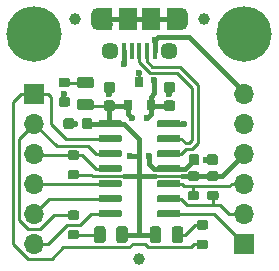
<source format=gbr>
G04 #@! TF.GenerationSoftware,KiCad,Pcbnew,5.1.5+dfsg1-2build2*
G04 #@! TF.CreationDate,2021-09-30T13:46:46+00:00*
G04 #@! TF.ProjectId,mcp2221a-breakout,6d637032-3232-4316-912d-627265616b6f,rev?*
G04 #@! TF.SameCoordinates,Original*
G04 #@! TF.FileFunction,Copper,L1,Top*
G04 #@! TF.FilePolarity,Positive*
%FSLAX46Y46*%
G04 Gerber Fmt 4.6, Leading zero omitted, Abs format (unit mm)*
G04 Created by KiCad (PCBNEW 5.1.5+dfsg1-2build2) date 2021-09-30 13:46:46*
%MOMM*%
%LPD*%
G04 APERTURE LIST*
G04 #@! TA.AperFunction,ComponentPad*
%ADD10C,4.700000*%
G04 #@! TD*
G04 #@! TA.AperFunction,SMDPad,CuDef*
%ADD11R,0.800000X0.900000*%
G04 #@! TD*
G04 #@! TA.AperFunction,BGAPad,CuDef*
%ADD12C,1.000000*%
G04 #@! TD*
G04 #@! TA.AperFunction,SMDPad,CuDef*
%ADD13C,0.350000*%
G04 #@! TD*
G04 #@! TA.AperFunction,ComponentPad*
%ADD14O,1.700000X1.700000*%
G04 #@! TD*
G04 #@! TA.AperFunction,ComponentPad*
%ADD15R,1.700000X1.700000*%
G04 #@! TD*
G04 #@! TA.AperFunction,SMDPad,CuDef*
%ADD16R,1.200000X1.900000*%
G04 #@! TD*
G04 #@! TA.AperFunction,ComponentPad*
%ADD17O,1.200000X1.900000*%
G04 #@! TD*
G04 #@! TA.AperFunction,SMDPad,CuDef*
%ADD18R,1.500000X1.900000*%
G04 #@! TD*
G04 #@! TA.AperFunction,ComponentPad*
%ADD19C,1.450000*%
G04 #@! TD*
G04 #@! TA.AperFunction,SMDPad,CuDef*
%ADD20R,0.400000X1.350000*%
G04 #@! TD*
G04 #@! TA.AperFunction,ViaPad*
%ADD21C,0.600000*%
G04 #@! TD*
G04 #@! TA.AperFunction,Conductor*
%ADD22C,0.400000*%
G04 #@! TD*
G04 #@! TA.AperFunction,Conductor*
%ADD23C,0.200000*%
G04 #@! TD*
G04 #@! TA.AperFunction,Conductor*
%ADD24C,0.250000*%
G04 #@! TD*
G04 APERTURE END LIST*
D10*
G04 #@! TO.P,H2,1*
G04 #@! TO.N,N/C*
X116840000Y-45720000D03*
G04 #@! TD*
D11*
G04 #@! TO.P,U1,3*
G04 #@! TO.N,GND*
X107950000Y-49800000D03*
G04 #@! TO.P,U1,2*
G04 #@! TO.N,VBUS*
X108900000Y-51800000D03*
G04 #@! TO.P,U1,1*
G04 #@! TO.N,VDD*
X107000000Y-51800000D03*
G04 #@! TD*
D12*
G04 #@! TO.P,FID3,*
G04 #@! TO.N,*
X107886500Y-64770000D03*
G04 #@! TD*
G04 #@! TA.AperFunction,SMDPad,CuDef*
D13*
G04 #@! TO.P,R6,2*
G04 #@! TO.N,VDD*
G36*
X112816603Y-57385963D02*
G01*
X112836018Y-57388843D01*
X112855057Y-57393612D01*
X112873537Y-57400224D01*
X112891279Y-57408616D01*
X112908114Y-57418706D01*
X112923879Y-57430398D01*
X112938421Y-57443579D01*
X112951602Y-57458121D01*
X112963294Y-57473886D01*
X112973384Y-57490721D01*
X112981776Y-57508463D01*
X112988388Y-57526943D01*
X112993157Y-57545982D01*
X112996037Y-57565397D01*
X112997000Y-57585000D01*
X112997000Y-57985000D01*
X112996037Y-58004603D01*
X112993157Y-58024018D01*
X112988388Y-58043057D01*
X112981776Y-58061537D01*
X112973384Y-58079279D01*
X112963294Y-58096114D01*
X112951602Y-58111879D01*
X112938421Y-58126421D01*
X112923879Y-58139602D01*
X112908114Y-58151294D01*
X112891279Y-58161384D01*
X112873537Y-58169776D01*
X112855057Y-58176388D01*
X112836018Y-58181157D01*
X112816603Y-58184037D01*
X112797000Y-58185000D01*
X112247000Y-58185000D01*
X112227397Y-58184037D01*
X112207982Y-58181157D01*
X112188943Y-58176388D01*
X112170463Y-58169776D01*
X112152721Y-58161384D01*
X112135886Y-58151294D01*
X112120121Y-58139602D01*
X112105579Y-58126421D01*
X112092398Y-58111879D01*
X112080706Y-58096114D01*
X112070616Y-58079279D01*
X112062224Y-58061537D01*
X112055612Y-58043057D01*
X112050843Y-58024018D01*
X112047963Y-58004603D01*
X112047000Y-57985000D01*
X112047000Y-57585000D01*
X112047963Y-57565397D01*
X112050843Y-57545982D01*
X112055612Y-57526943D01*
X112062224Y-57508463D01*
X112070616Y-57490721D01*
X112080706Y-57473886D01*
X112092398Y-57458121D01*
X112105579Y-57443579D01*
X112120121Y-57430398D01*
X112135886Y-57418706D01*
X112152721Y-57408616D01*
X112170463Y-57400224D01*
X112188943Y-57393612D01*
X112207982Y-57388843D01*
X112227397Y-57385963D01*
X112247000Y-57385000D01*
X112797000Y-57385000D01*
X112816603Y-57385963D01*
G37*
G04 #@! TD.AperFunction*
G04 #@! TA.AperFunction,SMDPad,CuDef*
G04 #@! TO.P,R6,1*
G04 #@! TO.N,/SCL*
G36*
X112816603Y-59035963D02*
G01*
X112836018Y-59038843D01*
X112855057Y-59043612D01*
X112873537Y-59050224D01*
X112891279Y-59058616D01*
X112908114Y-59068706D01*
X112923879Y-59080398D01*
X112938421Y-59093579D01*
X112951602Y-59108121D01*
X112963294Y-59123886D01*
X112973384Y-59140721D01*
X112981776Y-59158463D01*
X112988388Y-59176943D01*
X112993157Y-59195982D01*
X112996037Y-59215397D01*
X112997000Y-59235000D01*
X112997000Y-59635000D01*
X112996037Y-59654603D01*
X112993157Y-59674018D01*
X112988388Y-59693057D01*
X112981776Y-59711537D01*
X112973384Y-59729279D01*
X112963294Y-59746114D01*
X112951602Y-59761879D01*
X112938421Y-59776421D01*
X112923879Y-59789602D01*
X112908114Y-59801294D01*
X112891279Y-59811384D01*
X112873537Y-59819776D01*
X112855057Y-59826388D01*
X112836018Y-59831157D01*
X112816603Y-59834037D01*
X112797000Y-59835000D01*
X112247000Y-59835000D01*
X112227397Y-59834037D01*
X112207982Y-59831157D01*
X112188943Y-59826388D01*
X112170463Y-59819776D01*
X112152721Y-59811384D01*
X112135886Y-59801294D01*
X112120121Y-59789602D01*
X112105579Y-59776421D01*
X112092398Y-59761879D01*
X112080706Y-59746114D01*
X112070616Y-59729279D01*
X112062224Y-59711537D01*
X112055612Y-59693057D01*
X112050843Y-59674018D01*
X112047963Y-59654603D01*
X112047000Y-59635000D01*
X112047000Y-59235000D01*
X112047963Y-59215397D01*
X112050843Y-59195982D01*
X112055612Y-59176943D01*
X112062224Y-59158463D01*
X112070616Y-59140721D01*
X112080706Y-59123886D01*
X112092398Y-59108121D01*
X112105579Y-59093579D01*
X112120121Y-59080398D01*
X112135886Y-59068706D01*
X112152721Y-59058616D01*
X112170463Y-59050224D01*
X112188943Y-59043612D01*
X112207982Y-59038843D01*
X112227397Y-59035963D01*
X112247000Y-59035000D01*
X112797000Y-59035000D01*
X112816603Y-59035963D01*
G37*
G04 #@! TD.AperFunction*
G04 #@! TD*
G04 #@! TA.AperFunction,SMDPad,CuDef*
G04 #@! TO.P,R5,2*
G04 #@! TO.N,VDD*
G36*
X114467603Y-57385963D02*
G01*
X114487018Y-57388843D01*
X114506057Y-57393612D01*
X114524537Y-57400224D01*
X114542279Y-57408616D01*
X114559114Y-57418706D01*
X114574879Y-57430398D01*
X114589421Y-57443579D01*
X114602602Y-57458121D01*
X114614294Y-57473886D01*
X114624384Y-57490721D01*
X114632776Y-57508463D01*
X114639388Y-57526943D01*
X114644157Y-57545982D01*
X114647037Y-57565397D01*
X114648000Y-57585000D01*
X114648000Y-57985000D01*
X114647037Y-58004603D01*
X114644157Y-58024018D01*
X114639388Y-58043057D01*
X114632776Y-58061537D01*
X114624384Y-58079279D01*
X114614294Y-58096114D01*
X114602602Y-58111879D01*
X114589421Y-58126421D01*
X114574879Y-58139602D01*
X114559114Y-58151294D01*
X114542279Y-58161384D01*
X114524537Y-58169776D01*
X114506057Y-58176388D01*
X114487018Y-58181157D01*
X114467603Y-58184037D01*
X114448000Y-58185000D01*
X113898000Y-58185000D01*
X113878397Y-58184037D01*
X113858982Y-58181157D01*
X113839943Y-58176388D01*
X113821463Y-58169776D01*
X113803721Y-58161384D01*
X113786886Y-58151294D01*
X113771121Y-58139602D01*
X113756579Y-58126421D01*
X113743398Y-58111879D01*
X113731706Y-58096114D01*
X113721616Y-58079279D01*
X113713224Y-58061537D01*
X113706612Y-58043057D01*
X113701843Y-58024018D01*
X113698963Y-58004603D01*
X113698000Y-57985000D01*
X113698000Y-57585000D01*
X113698963Y-57565397D01*
X113701843Y-57545982D01*
X113706612Y-57526943D01*
X113713224Y-57508463D01*
X113721616Y-57490721D01*
X113731706Y-57473886D01*
X113743398Y-57458121D01*
X113756579Y-57443579D01*
X113771121Y-57430398D01*
X113786886Y-57418706D01*
X113803721Y-57408616D01*
X113821463Y-57400224D01*
X113839943Y-57393612D01*
X113858982Y-57388843D01*
X113878397Y-57385963D01*
X113898000Y-57385000D01*
X114448000Y-57385000D01*
X114467603Y-57385963D01*
G37*
G04 #@! TD.AperFunction*
G04 #@! TA.AperFunction,SMDPad,CuDef*
G04 #@! TO.P,R5,1*
G04 #@! TO.N,/SDA*
G36*
X114467603Y-59035963D02*
G01*
X114487018Y-59038843D01*
X114506057Y-59043612D01*
X114524537Y-59050224D01*
X114542279Y-59058616D01*
X114559114Y-59068706D01*
X114574879Y-59080398D01*
X114589421Y-59093579D01*
X114602602Y-59108121D01*
X114614294Y-59123886D01*
X114624384Y-59140721D01*
X114632776Y-59158463D01*
X114639388Y-59176943D01*
X114644157Y-59195982D01*
X114647037Y-59215397D01*
X114648000Y-59235000D01*
X114648000Y-59635000D01*
X114647037Y-59654603D01*
X114644157Y-59674018D01*
X114639388Y-59693057D01*
X114632776Y-59711537D01*
X114624384Y-59729279D01*
X114614294Y-59746114D01*
X114602602Y-59761879D01*
X114589421Y-59776421D01*
X114574879Y-59789602D01*
X114559114Y-59801294D01*
X114542279Y-59811384D01*
X114524537Y-59819776D01*
X114506057Y-59826388D01*
X114487018Y-59831157D01*
X114467603Y-59834037D01*
X114448000Y-59835000D01*
X113898000Y-59835000D01*
X113878397Y-59834037D01*
X113858982Y-59831157D01*
X113839943Y-59826388D01*
X113821463Y-59819776D01*
X113803721Y-59811384D01*
X113786886Y-59801294D01*
X113771121Y-59789602D01*
X113756579Y-59776421D01*
X113743398Y-59761879D01*
X113731706Y-59746114D01*
X113721616Y-59729279D01*
X113713224Y-59711537D01*
X113706612Y-59693057D01*
X113701843Y-59674018D01*
X113698963Y-59654603D01*
X113698000Y-59635000D01*
X113698000Y-59235000D01*
X113698963Y-59215397D01*
X113701843Y-59195982D01*
X113706612Y-59176943D01*
X113713224Y-59158463D01*
X113721616Y-59140721D01*
X113731706Y-59123886D01*
X113743398Y-59108121D01*
X113756579Y-59093579D01*
X113771121Y-59080398D01*
X113786886Y-59068706D01*
X113803721Y-59058616D01*
X113821463Y-59050224D01*
X113839943Y-59043612D01*
X113858982Y-59038843D01*
X113878397Y-59035963D01*
X113898000Y-59035000D01*
X114448000Y-59035000D01*
X114467603Y-59035963D01*
G37*
G04 #@! TD.AperFunction*
G04 #@! TD*
D14*
G04 #@! TO.P,J2,6*
G04 #@! TO.N,/GP2*
X99060000Y-63500000D03*
G04 #@! TO.P,J2,5*
G04 #@! TO.N,/Tx*
X99060000Y-60960000D03*
G04 #@! TO.P,J2,4*
G04 #@! TO.N,/Rx*
X99060000Y-58420000D03*
G04 #@! TO.P,J2,3*
G04 #@! TO.N,/~RST*
X99060000Y-55880000D03*
G04 #@! TO.P,J2,2*
G04 #@! TO.N,/GP1*
X99060000Y-53340000D03*
D15*
G04 #@! TO.P,J2,1*
G04 #@! TO.N,/GP0*
X99060000Y-50800000D03*
G04 #@! TD*
D10*
G04 #@! TO.P,H1,1*
G04 #@! TO.N,N/C*
X99060000Y-45720000D03*
G04 #@! TD*
D12*
G04 #@! TO.P,FID2,*
G04 #@! TO.N,*
X113411000Y-44450000D03*
G04 #@! TD*
G04 #@! TO.P,FID1,*
G04 #@! TO.N,*
X102489000Y-44450000D03*
G04 #@! TD*
G04 #@! TA.AperFunction,SMDPad,CuDef*
D13*
G04 #@! TO.P,D3,2*
G04 #@! TO.N,VDD*
G36*
X109566142Y-62039174D02*
G01*
X109589803Y-62042684D01*
X109613007Y-62048496D01*
X109635529Y-62056554D01*
X109657153Y-62066782D01*
X109677670Y-62079079D01*
X109696883Y-62093329D01*
X109714607Y-62109393D01*
X109730671Y-62127117D01*
X109744921Y-62146330D01*
X109757218Y-62166847D01*
X109767446Y-62188471D01*
X109775504Y-62210993D01*
X109781316Y-62234197D01*
X109784826Y-62257858D01*
X109786000Y-62281750D01*
X109786000Y-63194250D01*
X109784826Y-63218142D01*
X109781316Y-63241803D01*
X109775504Y-63265007D01*
X109767446Y-63287529D01*
X109757218Y-63309153D01*
X109744921Y-63329670D01*
X109730671Y-63348883D01*
X109714607Y-63366607D01*
X109696883Y-63382671D01*
X109677670Y-63396921D01*
X109657153Y-63409218D01*
X109635529Y-63419446D01*
X109613007Y-63427504D01*
X109589803Y-63433316D01*
X109566142Y-63436826D01*
X109542250Y-63438000D01*
X109054750Y-63438000D01*
X109030858Y-63436826D01*
X109007197Y-63433316D01*
X108983993Y-63427504D01*
X108961471Y-63419446D01*
X108939847Y-63409218D01*
X108919330Y-63396921D01*
X108900117Y-63382671D01*
X108882393Y-63366607D01*
X108866329Y-63348883D01*
X108852079Y-63329670D01*
X108839782Y-63309153D01*
X108829554Y-63287529D01*
X108821496Y-63265007D01*
X108815684Y-63241803D01*
X108812174Y-63218142D01*
X108811000Y-63194250D01*
X108811000Y-62281750D01*
X108812174Y-62257858D01*
X108815684Y-62234197D01*
X108821496Y-62210993D01*
X108829554Y-62188471D01*
X108839782Y-62166847D01*
X108852079Y-62146330D01*
X108866329Y-62127117D01*
X108882393Y-62109393D01*
X108900117Y-62093329D01*
X108919330Y-62079079D01*
X108939847Y-62066782D01*
X108961471Y-62056554D01*
X108983993Y-62048496D01*
X109007197Y-62042684D01*
X109030858Y-62039174D01*
X109054750Y-62038000D01*
X109542250Y-62038000D01*
X109566142Y-62039174D01*
G37*
G04 #@! TD.AperFunction*
G04 #@! TA.AperFunction,SMDPad,CuDef*
G04 #@! TO.P,D3,1*
G04 #@! TO.N,Net-(D3-Pad1)*
G36*
X111441142Y-62039174D02*
G01*
X111464803Y-62042684D01*
X111488007Y-62048496D01*
X111510529Y-62056554D01*
X111532153Y-62066782D01*
X111552670Y-62079079D01*
X111571883Y-62093329D01*
X111589607Y-62109393D01*
X111605671Y-62127117D01*
X111619921Y-62146330D01*
X111632218Y-62166847D01*
X111642446Y-62188471D01*
X111650504Y-62210993D01*
X111656316Y-62234197D01*
X111659826Y-62257858D01*
X111661000Y-62281750D01*
X111661000Y-63194250D01*
X111659826Y-63218142D01*
X111656316Y-63241803D01*
X111650504Y-63265007D01*
X111642446Y-63287529D01*
X111632218Y-63309153D01*
X111619921Y-63329670D01*
X111605671Y-63348883D01*
X111589607Y-63366607D01*
X111571883Y-63382671D01*
X111552670Y-63396921D01*
X111532153Y-63409218D01*
X111510529Y-63419446D01*
X111488007Y-63427504D01*
X111464803Y-63433316D01*
X111441142Y-63436826D01*
X111417250Y-63438000D01*
X110929750Y-63438000D01*
X110905858Y-63436826D01*
X110882197Y-63433316D01*
X110858993Y-63427504D01*
X110836471Y-63419446D01*
X110814847Y-63409218D01*
X110794330Y-63396921D01*
X110775117Y-63382671D01*
X110757393Y-63366607D01*
X110741329Y-63348883D01*
X110727079Y-63329670D01*
X110714782Y-63309153D01*
X110704554Y-63287529D01*
X110696496Y-63265007D01*
X110690684Y-63241803D01*
X110687174Y-63218142D01*
X110686000Y-63194250D01*
X110686000Y-62281750D01*
X110687174Y-62257858D01*
X110690684Y-62234197D01*
X110696496Y-62210993D01*
X110704554Y-62188471D01*
X110714782Y-62166847D01*
X110727079Y-62146330D01*
X110741329Y-62127117D01*
X110757393Y-62109393D01*
X110775117Y-62093329D01*
X110794330Y-62079079D01*
X110814847Y-62066782D01*
X110836471Y-62056554D01*
X110858993Y-62048496D01*
X110882197Y-62042684D01*
X110905858Y-62039174D01*
X110929750Y-62038000D01*
X111417250Y-62038000D01*
X111441142Y-62039174D01*
G37*
G04 #@! TD.AperFunction*
G04 #@! TD*
G04 #@! TA.AperFunction,SMDPad,CuDef*
G04 #@! TO.P,D2,2*
G04 #@! TO.N,VDD*
G36*
X106742142Y-62039174D02*
G01*
X106765803Y-62042684D01*
X106789007Y-62048496D01*
X106811529Y-62056554D01*
X106833153Y-62066782D01*
X106853670Y-62079079D01*
X106872883Y-62093329D01*
X106890607Y-62109393D01*
X106906671Y-62127117D01*
X106920921Y-62146330D01*
X106933218Y-62166847D01*
X106943446Y-62188471D01*
X106951504Y-62210993D01*
X106957316Y-62234197D01*
X106960826Y-62257858D01*
X106962000Y-62281750D01*
X106962000Y-63194250D01*
X106960826Y-63218142D01*
X106957316Y-63241803D01*
X106951504Y-63265007D01*
X106943446Y-63287529D01*
X106933218Y-63309153D01*
X106920921Y-63329670D01*
X106906671Y-63348883D01*
X106890607Y-63366607D01*
X106872883Y-63382671D01*
X106853670Y-63396921D01*
X106833153Y-63409218D01*
X106811529Y-63419446D01*
X106789007Y-63427504D01*
X106765803Y-63433316D01*
X106742142Y-63436826D01*
X106718250Y-63438000D01*
X106230750Y-63438000D01*
X106206858Y-63436826D01*
X106183197Y-63433316D01*
X106159993Y-63427504D01*
X106137471Y-63419446D01*
X106115847Y-63409218D01*
X106095330Y-63396921D01*
X106076117Y-63382671D01*
X106058393Y-63366607D01*
X106042329Y-63348883D01*
X106028079Y-63329670D01*
X106015782Y-63309153D01*
X106005554Y-63287529D01*
X105997496Y-63265007D01*
X105991684Y-63241803D01*
X105988174Y-63218142D01*
X105987000Y-63194250D01*
X105987000Y-62281750D01*
X105988174Y-62257858D01*
X105991684Y-62234197D01*
X105997496Y-62210993D01*
X106005554Y-62188471D01*
X106015782Y-62166847D01*
X106028079Y-62146330D01*
X106042329Y-62127117D01*
X106058393Y-62109393D01*
X106076117Y-62093329D01*
X106095330Y-62079079D01*
X106115847Y-62066782D01*
X106137471Y-62056554D01*
X106159993Y-62048496D01*
X106183197Y-62042684D01*
X106206858Y-62039174D01*
X106230750Y-62038000D01*
X106718250Y-62038000D01*
X106742142Y-62039174D01*
G37*
G04 #@! TD.AperFunction*
G04 #@! TA.AperFunction,SMDPad,CuDef*
G04 #@! TO.P,D2,1*
G04 #@! TO.N,Net-(D2-Pad1)*
G36*
X104867142Y-62039174D02*
G01*
X104890803Y-62042684D01*
X104914007Y-62048496D01*
X104936529Y-62056554D01*
X104958153Y-62066782D01*
X104978670Y-62079079D01*
X104997883Y-62093329D01*
X105015607Y-62109393D01*
X105031671Y-62127117D01*
X105045921Y-62146330D01*
X105058218Y-62166847D01*
X105068446Y-62188471D01*
X105076504Y-62210993D01*
X105082316Y-62234197D01*
X105085826Y-62257858D01*
X105087000Y-62281750D01*
X105087000Y-63194250D01*
X105085826Y-63218142D01*
X105082316Y-63241803D01*
X105076504Y-63265007D01*
X105068446Y-63287529D01*
X105058218Y-63309153D01*
X105045921Y-63329670D01*
X105031671Y-63348883D01*
X105015607Y-63366607D01*
X104997883Y-63382671D01*
X104978670Y-63396921D01*
X104958153Y-63409218D01*
X104936529Y-63419446D01*
X104914007Y-63427504D01*
X104890803Y-63433316D01*
X104867142Y-63436826D01*
X104843250Y-63438000D01*
X104355750Y-63438000D01*
X104331858Y-63436826D01*
X104308197Y-63433316D01*
X104284993Y-63427504D01*
X104262471Y-63419446D01*
X104240847Y-63409218D01*
X104220330Y-63396921D01*
X104201117Y-63382671D01*
X104183393Y-63366607D01*
X104167329Y-63348883D01*
X104153079Y-63329670D01*
X104140782Y-63309153D01*
X104130554Y-63287529D01*
X104122496Y-63265007D01*
X104116684Y-63241803D01*
X104113174Y-63218142D01*
X104112000Y-63194250D01*
X104112000Y-62281750D01*
X104113174Y-62257858D01*
X104116684Y-62234197D01*
X104122496Y-62210993D01*
X104130554Y-62188471D01*
X104140782Y-62166847D01*
X104153079Y-62146330D01*
X104167329Y-62127117D01*
X104183393Y-62109393D01*
X104201117Y-62093329D01*
X104220330Y-62079079D01*
X104240847Y-62066782D01*
X104262471Y-62056554D01*
X104284993Y-62048496D01*
X104308197Y-62042684D01*
X104331858Y-62039174D01*
X104355750Y-62038000D01*
X104843250Y-62038000D01*
X104867142Y-62039174D01*
G37*
G04 #@! TD.AperFunction*
G04 #@! TD*
D14*
G04 #@! TO.P,J3,6*
G04 #@! TO.N,VBUS*
X116840000Y-50800000D03*
G04 #@! TO.P,J3,5*
G04 #@! TO.N,GND*
X116840000Y-53340000D03*
G04 #@! TO.P,J3,4*
G04 #@! TO.N,VDD*
X116840000Y-55880000D03*
G04 #@! TO.P,J3,3*
G04 #@! TO.N,/SCL*
X116840000Y-58420000D03*
G04 #@! TO.P,J3,2*
G04 #@! TO.N,/SDA*
X116840000Y-60960000D03*
D15*
G04 #@! TO.P,J3,1*
G04 #@! TO.N,/GP3*
X116840000Y-63500000D03*
G04 #@! TD*
G04 #@! TA.AperFunction,SMDPad,CuDef*
D13*
G04 #@! TO.P,U2,14*
G04 #@! TO.N,GND*
G36*
X111264703Y-53040722D02*
G01*
X111279264Y-53042882D01*
X111293543Y-53046459D01*
X111307403Y-53051418D01*
X111320710Y-53057712D01*
X111333336Y-53065280D01*
X111345159Y-53074048D01*
X111356066Y-53083934D01*
X111365952Y-53094841D01*
X111374720Y-53106664D01*
X111382288Y-53119290D01*
X111388582Y-53132597D01*
X111393541Y-53146457D01*
X111397118Y-53160736D01*
X111399278Y-53175297D01*
X111400000Y-53190000D01*
X111400000Y-53490000D01*
X111399278Y-53504703D01*
X111397118Y-53519264D01*
X111393541Y-53533543D01*
X111388582Y-53547403D01*
X111382288Y-53560710D01*
X111374720Y-53573336D01*
X111365952Y-53585159D01*
X111356066Y-53596066D01*
X111345159Y-53605952D01*
X111333336Y-53614720D01*
X111320710Y-53622288D01*
X111307403Y-53628582D01*
X111293543Y-53633541D01*
X111279264Y-53637118D01*
X111264703Y-53639278D01*
X111250000Y-53640000D01*
X109600000Y-53640000D01*
X109585297Y-53639278D01*
X109570736Y-53637118D01*
X109556457Y-53633541D01*
X109542597Y-53628582D01*
X109529290Y-53622288D01*
X109516664Y-53614720D01*
X109504841Y-53605952D01*
X109493934Y-53596066D01*
X109484048Y-53585159D01*
X109475280Y-53573336D01*
X109467712Y-53560710D01*
X109461418Y-53547403D01*
X109456459Y-53533543D01*
X109452882Y-53519264D01*
X109450722Y-53504703D01*
X109450000Y-53490000D01*
X109450000Y-53190000D01*
X109450722Y-53175297D01*
X109452882Y-53160736D01*
X109456459Y-53146457D01*
X109461418Y-53132597D01*
X109467712Y-53119290D01*
X109475280Y-53106664D01*
X109484048Y-53094841D01*
X109493934Y-53083934D01*
X109504841Y-53074048D01*
X109516664Y-53065280D01*
X109529290Y-53057712D01*
X109542597Y-53051418D01*
X109556457Y-53046459D01*
X109570736Y-53042882D01*
X109585297Y-53040722D01*
X109600000Y-53040000D01*
X111250000Y-53040000D01*
X111264703Y-53040722D01*
G37*
G04 #@! TD.AperFunction*
G04 #@! TA.AperFunction,SMDPad,CuDef*
G04 #@! TO.P,U2,13*
G04 #@! TO.N,/USB+*
G36*
X111264703Y-54310722D02*
G01*
X111279264Y-54312882D01*
X111293543Y-54316459D01*
X111307403Y-54321418D01*
X111320710Y-54327712D01*
X111333336Y-54335280D01*
X111345159Y-54344048D01*
X111356066Y-54353934D01*
X111365952Y-54364841D01*
X111374720Y-54376664D01*
X111382288Y-54389290D01*
X111388582Y-54402597D01*
X111393541Y-54416457D01*
X111397118Y-54430736D01*
X111399278Y-54445297D01*
X111400000Y-54460000D01*
X111400000Y-54760000D01*
X111399278Y-54774703D01*
X111397118Y-54789264D01*
X111393541Y-54803543D01*
X111388582Y-54817403D01*
X111382288Y-54830710D01*
X111374720Y-54843336D01*
X111365952Y-54855159D01*
X111356066Y-54866066D01*
X111345159Y-54875952D01*
X111333336Y-54884720D01*
X111320710Y-54892288D01*
X111307403Y-54898582D01*
X111293543Y-54903541D01*
X111279264Y-54907118D01*
X111264703Y-54909278D01*
X111250000Y-54910000D01*
X109600000Y-54910000D01*
X109585297Y-54909278D01*
X109570736Y-54907118D01*
X109556457Y-54903541D01*
X109542597Y-54898582D01*
X109529290Y-54892288D01*
X109516664Y-54884720D01*
X109504841Y-54875952D01*
X109493934Y-54866066D01*
X109484048Y-54855159D01*
X109475280Y-54843336D01*
X109467712Y-54830710D01*
X109461418Y-54817403D01*
X109456459Y-54803543D01*
X109452882Y-54789264D01*
X109450722Y-54774703D01*
X109450000Y-54760000D01*
X109450000Y-54460000D01*
X109450722Y-54445297D01*
X109452882Y-54430736D01*
X109456459Y-54416457D01*
X109461418Y-54402597D01*
X109467712Y-54389290D01*
X109475280Y-54376664D01*
X109484048Y-54364841D01*
X109493934Y-54353934D01*
X109504841Y-54344048D01*
X109516664Y-54335280D01*
X109529290Y-54327712D01*
X109542597Y-54321418D01*
X109556457Y-54316459D01*
X109570736Y-54312882D01*
X109585297Y-54310722D01*
X109600000Y-54310000D01*
X111250000Y-54310000D01*
X111264703Y-54310722D01*
G37*
G04 #@! TD.AperFunction*
G04 #@! TA.AperFunction,SMDPad,CuDef*
G04 #@! TO.P,U2,12*
G04 #@! TO.N,/USB-*
G36*
X111264703Y-55580722D02*
G01*
X111279264Y-55582882D01*
X111293543Y-55586459D01*
X111307403Y-55591418D01*
X111320710Y-55597712D01*
X111333336Y-55605280D01*
X111345159Y-55614048D01*
X111356066Y-55623934D01*
X111365952Y-55634841D01*
X111374720Y-55646664D01*
X111382288Y-55659290D01*
X111388582Y-55672597D01*
X111393541Y-55686457D01*
X111397118Y-55700736D01*
X111399278Y-55715297D01*
X111400000Y-55730000D01*
X111400000Y-56030000D01*
X111399278Y-56044703D01*
X111397118Y-56059264D01*
X111393541Y-56073543D01*
X111388582Y-56087403D01*
X111382288Y-56100710D01*
X111374720Y-56113336D01*
X111365952Y-56125159D01*
X111356066Y-56136066D01*
X111345159Y-56145952D01*
X111333336Y-56154720D01*
X111320710Y-56162288D01*
X111307403Y-56168582D01*
X111293543Y-56173541D01*
X111279264Y-56177118D01*
X111264703Y-56179278D01*
X111250000Y-56180000D01*
X109600000Y-56180000D01*
X109585297Y-56179278D01*
X109570736Y-56177118D01*
X109556457Y-56173541D01*
X109542597Y-56168582D01*
X109529290Y-56162288D01*
X109516664Y-56154720D01*
X109504841Y-56145952D01*
X109493934Y-56136066D01*
X109484048Y-56125159D01*
X109475280Y-56113336D01*
X109467712Y-56100710D01*
X109461418Y-56087403D01*
X109456459Y-56073543D01*
X109452882Y-56059264D01*
X109450722Y-56044703D01*
X109450000Y-56030000D01*
X109450000Y-55730000D01*
X109450722Y-55715297D01*
X109452882Y-55700736D01*
X109456459Y-55686457D01*
X109461418Y-55672597D01*
X109467712Y-55659290D01*
X109475280Y-55646664D01*
X109484048Y-55634841D01*
X109493934Y-55623934D01*
X109504841Y-55614048D01*
X109516664Y-55605280D01*
X109529290Y-55597712D01*
X109542597Y-55591418D01*
X109556457Y-55586459D01*
X109570736Y-55582882D01*
X109585297Y-55580722D01*
X109600000Y-55580000D01*
X111250000Y-55580000D01*
X111264703Y-55580722D01*
G37*
G04 #@! TD.AperFunction*
G04 #@! TA.AperFunction,SMDPad,CuDef*
G04 #@! TO.P,U2,11*
G04 #@! TO.N,Net-(C4-Pad1)*
G36*
X111264703Y-56850722D02*
G01*
X111279264Y-56852882D01*
X111293543Y-56856459D01*
X111307403Y-56861418D01*
X111320710Y-56867712D01*
X111333336Y-56875280D01*
X111345159Y-56884048D01*
X111356066Y-56893934D01*
X111365952Y-56904841D01*
X111374720Y-56916664D01*
X111382288Y-56929290D01*
X111388582Y-56942597D01*
X111393541Y-56956457D01*
X111397118Y-56970736D01*
X111399278Y-56985297D01*
X111400000Y-57000000D01*
X111400000Y-57300000D01*
X111399278Y-57314703D01*
X111397118Y-57329264D01*
X111393541Y-57343543D01*
X111388582Y-57357403D01*
X111382288Y-57370710D01*
X111374720Y-57383336D01*
X111365952Y-57395159D01*
X111356066Y-57406066D01*
X111345159Y-57415952D01*
X111333336Y-57424720D01*
X111320710Y-57432288D01*
X111307403Y-57438582D01*
X111293543Y-57443541D01*
X111279264Y-57447118D01*
X111264703Y-57449278D01*
X111250000Y-57450000D01*
X109600000Y-57450000D01*
X109585297Y-57449278D01*
X109570736Y-57447118D01*
X109556457Y-57443541D01*
X109542597Y-57438582D01*
X109529290Y-57432288D01*
X109516664Y-57424720D01*
X109504841Y-57415952D01*
X109493934Y-57406066D01*
X109484048Y-57395159D01*
X109475280Y-57383336D01*
X109467712Y-57370710D01*
X109461418Y-57357403D01*
X109456459Y-57343543D01*
X109452882Y-57329264D01*
X109450722Y-57314703D01*
X109450000Y-57300000D01*
X109450000Y-57000000D01*
X109450722Y-56985297D01*
X109452882Y-56970736D01*
X109456459Y-56956457D01*
X109461418Y-56942597D01*
X109467712Y-56929290D01*
X109475280Y-56916664D01*
X109484048Y-56904841D01*
X109493934Y-56893934D01*
X109504841Y-56884048D01*
X109516664Y-56875280D01*
X109529290Y-56867712D01*
X109542597Y-56861418D01*
X109556457Y-56856459D01*
X109570736Y-56852882D01*
X109585297Y-56850722D01*
X109600000Y-56850000D01*
X111250000Y-56850000D01*
X111264703Y-56850722D01*
G37*
G04 #@! TD.AperFunction*
G04 #@! TA.AperFunction,SMDPad,CuDef*
G04 #@! TO.P,U2,10*
G04 #@! TO.N,/SCL*
G36*
X111264703Y-58120722D02*
G01*
X111279264Y-58122882D01*
X111293543Y-58126459D01*
X111307403Y-58131418D01*
X111320710Y-58137712D01*
X111333336Y-58145280D01*
X111345159Y-58154048D01*
X111356066Y-58163934D01*
X111365952Y-58174841D01*
X111374720Y-58186664D01*
X111382288Y-58199290D01*
X111388582Y-58212597D01*
X111393541Y-58226457D01*
X111397118Y-58240736D01*
X111399278Y-58255297D01*
X111400000Y-58270000D01*
X111400000Y-58570000D01*
X111399278Y-58584703D01*
X111397118Y-58599264D01*
X111393541Y-58613543D01*
X111388582Y-58627403D01*
X111382288Y-58640710D01*
X111374720Y-58653336D01*
X111365952Y-58665159D01*
X111356066Y-58676066D01*
X111345159Y-58685952D01*
X111333336Y-58694720D01*
X111320710Y-58702288D01*
X111307403Y-58708582D01*
X111293543Y-58713541D01*
X111279264Y-58717118D01*
X111264703Y-58719278D01*
X111250000Y-58720000D01*
X109600000Y-58720000D01*
X109585297Y-58719278D01*
X109570736Y-58717118D01*
X109556457Y-58713541D01*
X109542597Y-58708582D01*
X109529290Y-58702288D01*
X109516664Y-58694720D01*
X109504841Y-58685952D01*
X109493934Y-58676066D01*
X109484048Y-58665159D01*
X109475280Y-58653336D01*
X109467712Y-58640710D01*
X109461418Y-58627403D01*
X109456459Y-58613543D01*
X109452882Y-58599264D01*
X109450722Y-58584703D01*
X109450000Y-58570000D01*
X109450000Y-58270000D01*
X109450722Y-58255297D01*
X109452882Y-58240736D01*
X109456459Y-58226457D01*
X109461418Y-58212597D01*
X109467712Y-58199290D01*
X109475280Y-58186664D01*
X109484048Y-58174841D01*
X109493934Y-58163934D01*
X109504841Y-58154048D01*
X109516664Y-58145280D01*
X109529290Y-58137712D01*
X109542597Y-58131418D01*
X109556457Y-58126459D01*
X109570736Y-58122882D01*
X109585297Y-58120722D01*
X109600000Y-58120000D01*
X111250000Y-58120000D01*
X111264703Y-58120722D01*
G37*
G04 #@! TD.AperFunction*
G04 #@! TA.AperFunction,SMDPad,CuDef*
G04 #@! TO.P,U2,9*
G04 #@! TO.N,/SDA*
G36*
X111264703Y-59390722D02*
G01*
X111279264Y-59392882D01*
X111293543Y-59396459D01*
X111307403Y-59401418D01*
X111320710Y-59407712D01*
X111333336Y-59415280D01*
X111345159Y-59424048D01*
X111356066Y-59433934D01*
X111365952Y-59444841D01*
X111374720Y-59456664D01*
X111382288Y-59469290D01*
X111388582Y-59482597D01*
X111393541Y-59496457D01*
X111397118Y-59510736D01*
X111399278Y-59525297D01*
X111400000Y-59540000D01*
X111400000Y-59840000D01*
X111399278Y-59854703D01*
X111397118Y-59869264D01*
X111393541Y-59883543D01*
X111388582Y-59897403D01*
X111382288Y-59910710D01*
X111374720Y-59923336D01*
X111365952Y-59935159D01*
X111356066Y-59946066D01*
X111345159Y-59955952D01*
X111333336Y-59964720D01*
X111320710Y-59972288D01*
X111307403Y-59978582D01*
X111293543Y-59983541D01*
X111279264Y-59987118D01*
X111264703Y-59989278D01*
X111250000Y-59990000D01*
X109600000Y-59990000D01*
X109585297Y-59989278D01*
X109570736Y-59987118D01*
X109556457Y-59983541D01*
X109542597Y-59978582D01*
X109529290Y-59972288D01*
X109516664Y-59964720D01*
X109504841Y-59955952D01*
X109493934Y-59946066D01*
X109484048Y-59935159D01*
X109475280Y-59923336D01*
X109467712Y-59910710D01*
X109461418Y-59897403D01*
X109456459Y-59883543D01*
X109452882Y-59869264D01*
X109450722Y-59854703D01*
X109450000Y-59840000D01*
X109450000Y-59540000D01*
X109450722Y-59525297D01*
X109452882Y-59510736D01*
X109456459Y-59496457D01*
X109461418Y-59482597D01*
X109467712Y-59469290D01*
X109475280Y-59456664D01*
X109484048Y-59444841D01*
X109493934Y-59433934D01*
X109504841Y-59424048D01*
X109516664Y-59415280D01*
X109529290Y-59407712D01*
X109542597Y-59401418D01*
X109556457Y-59396459D01*
X109570736Y-59392882D01*
X109585297Y-59390722D01*
X109600000Y-59390000D01*
X111250000Y-59390000D01*
X111264703Y-59390722D01*
G37*
G04 #@! TD.AperFunction*
G04 #@! TA.AperFunction,SMDPad,CuDef*
G04 #@! TO.P,U2,8*
G04 #@! TO.N,/GP3*
G36*
X111264703Y-60660722D02*
G01*
X111279264Y-60662882D01*
X111293543Y-60666459D01*
X111307403Y-60671418D01*
X111320710Y-60677712D01*
X111333336Y-60685280D01*
X111345159Y-60694048D01*
X111356066Y-60703934D01*
X111365952Y-60714841D01*
X111374720Y-60726664D01*
X111382288Y-60739290D01*
X111388582Y-60752597D01*
X111393541Y-60766457D01*
X111397118Y-60780736D01*
X111399278Y-60795297D01*
X111400000Y-60810000D01*
X111400000Y-61110000D01*
X111399278Y-61124703D01*
X111397118Y-61139264D01*
X111393541Y-61153543D01*
X111388582Y-61167403D01*
X111382288Y-61180710D01*
X111374720Y-61193336D01*
X111365952Y-61205159D01*
X111356066Y-61216066D01*
X111345159Y-61225952D01*
X111333336Y-61234720D01*
X111320710Y-61242288D01*
X111307403Y-61248582D01*
X111293543Y-61253541D01*
X111279264Y-61257118D01*
X111264703Y-61259278D01*
X111250000Y-61260000D01*
X109600000Y-61260000D01*
X109585297Y-61259278D01*
X109570736Y-61257118D01*
X109556457Y-61253541D01*
X109542597Y-61248582D01*
X109529290Y-61242288D01*
X109516664Y-61234720D01*
X109504841Y-61225952D01*
X109493934Y-61216066D01*
X109484048Y-61205159D01*
X109475280Y-61193336D01*
X109467712Y-61180710D01*
X109461418Y-61167403D01*
X109456459Y-61153543D01*
X109452882Y-61139264D01*
X109450722Y-61124703D01*
X109450000Y-61110000D01*
X109450000Y-60810000D01*
X109450722Y-60795297D01*
X109452882Y-60780736D01*
X109456459Y-60766457D01*
X109461418Y-60752597D01*
X109467712Y-60739290D01*
X109475280Y-60726664D01*
X109484048Y-60714841D01*
X109493934Y-60703934D01*
X109504841Y-60694048D01*
X109516664Y-60685280D01*
X109529290Y-60677712D01*
X109542597Y-60671418D01*
X109556457Y-60666459D01*
X109570736Y-60662882D01*
X109585297Y-60660722D01*
X109600000Y-60660000D01*
X111250000Y-60660000D01*
X111264703Y-60660722D01*
G37*
G04 #@! TD.AperFunction*
G04 #@! TA.AperFunction,SMDPad,CuDef*
G04 #@! TO.P,U2,7*
G04 #@! TO.N,/GP2*
G36*
X106314703Y-60660722D02*
G01*
X106329264Y-60662882D01*
X106343543Y-60666459D01*
X106357403Y-60671418D01*
X106370710Y-60677712D01*
X106383336Y-60685280D01*
X106395159Y-60694048D01*
X106406066Y-60703934D01*
X106415952Y-60714841D01*
X106424720Y-60726664D01*
X106432288Y-60739290D01*
X106438582Y-60752597D01*
X106443541Y-60766457D01*
X106447118Y-60780736D01*
X106449278Y-60795297D01*
X106450000Y-60810000D01*
X106450000Y-61110000D01*
X106449278Y-61124703D01*
X106447118Y-61139264D01*
X106443541Y-61153543D01*
X106438582Y-61167403D01*
X106432288Y-61180710D01*
X106424720Y-61193336D01*
X106415952Y-61205159D01*
X106406066Y-61216066D01*
X106395159Y-61225952D01*
X106383336Y-61234720D01*
X106370710Y-61242288D01*
X106357403Y-61248582D01*
X106343543Y-61253541D01*
X106329264Y-61257118D01*
X106314703Y-61259278D01*
X106300000Y-61260000D01*
X104650000Y-61260000D01*
X104635297Y-61259278D01*
X104620736Y-61257118D01*
X104606457Y-61253541D01*
X104592597Y-61248582D01*
X104579290Y-61242288D01*
X104566664Y-61234720D01*
X104554841Y-61225952D01*
X104543934Y-61216066D01*
X104534048Y-61205159D01*
X104525280Y-61193336D01*
X104517712Y-61180710D01*
X104511418Y-61167403D01*
X104506459Y-61153543D01*
X104502882Y-61139264D01*
X104500722Y-61124703D01*
X104500000Y-61110000D01*
X104500000Y-60810000D01*
X104500722Y-60795297D01*
X104502882Y-60780736D01*
X104506459Y-60766457D01*
X104511418Y-60752597D01*
X104517712Y-60739290D01*
X104525280Y-60726664D01*
X104534048Y-60714841D01*
X104543934Y-60703934D01*
X104554841Y-60694048D01*
X104566664Y-60685280D01*
X104579290Y-60677712D01*
X104592597Y-60671418D01*
X104606457Y-60666459D01*
X104620736Y-60662882D01*
X104635297Y-60660722D01*
X104650000Y-60660000D01*
X106300000Y-60660000D01*
X106314703Y-60660722D01*
G37*
G04 #@! TD.AperFunction*
G04 #@! TA.AperFunction,SMDPad,CuDef*
G04 #@! TO.P,U2,6*
G04 #@! TO.N,/Tx*
G36*
X106314703Y-59390722D02*
G01*
X106329264Y-59392882D01*
X106343543Y-59396459D01*
X106357403Y-59401418D01*
X106370710Y-59407712D01*
X106383336Y-59415280D01*
X106395159Y-59424048D01*
X106406066Y-59433934D01*
X106415952Y-59444841D01*
X106424720Y-59456664D01*
X106432288Y-59469290D01*
X106438582Y-59482597D01*
X106443541Y-59496457D01*
X106447118Y-59510736D01*
X106449278Y-59525297D01*
X106450000Y-59540000D01*
X106450000Y-59840000D01*
X106449278Y-59854703D01*
X106447118Y-59869264D01*
X106443541Y-59883543D01*
X106438582Y-59897403D01*
X106432288Y-59910710D01*
X106424720Y-59923336D01*
X106415952Y-59935159D01*
X106406066Y-59946066D01*
X106395159Y-59955952D01*
X106383336Y-59964720D01*
X106370710Y-59972288D01*
X106357403Y-59978582D01*
X106343543Y-59983541D01*
X106329264Y-59987118D01*
X106314703Y-59989278D01*
X106300000Y-59990000D01*
X104650000Y-59990000D01*
X104635297Y-59989278D01*
X104620736Y-59987118D01*
X104606457Y-59983541D01*
X104592597Y-59978582D01*
X104579290Y-59972288D01*
X104566664Y-59964720D01*
X104554841Y-59955952D01*
X104543934Y-59946066D01*
X104534048Y-59935159D01*
X104525280Y-59923336D01*
X104517712Y-59910710D01*
X104511418Y-59897403D01*
X104506459Y-59883543D01*
X104502882Y-59869264D01*
X104500722Y-59854703D01*
X104500000Y-59840000D01*
X104500000Y-59540000D01*
X104500722Y-59525297D01*
X104502882Y-59510736D01*
X104506459Y-59496457D01*
X104511418Y-59482597D01*
X104517712Y-59469290D01*
X104525280Y-59456664D01*
X104534048Y-59444841D01*
X104543934Y-59433934D01*
X104554841Y-59424048D01*
X104566664Y-59415280D01*
X104579290Y-59407712D01*
X104592597Y-59401418D01*
X104606457Y-59396459D01*
X104620736Y-59392882D01*
X104635297Y-59390722D01*
X104650000Y-59390000D01*
X106300000Y-59390000D01*
X106314703Y-59390722D01*
G37*
G04 #@! TD.AperFunction*
G04 #@! TA.AperFunction,SMDPad,CuDef*
G04 #@! TO.P,U2,5*
G04 #@! TO.N,/Rx*
G36*
X106314703Y-58120722D02*
G01*
X106329264Y-58122882D01*
X106343543Y-58126459D01*
X106357403Y-58131418D01*
X106370710Y-58137712D01*
X106383336Y-58145280D01*
X106395159Y-58154048D01*
X106406066Y-58163934D01*
X106415952Y-58174841D01*
X106424720Y-58186664D01*
X106432288Y-58199290D01*
X106438582Y-58212597D01*
X106443541Y-58226457D01*
X106447118Y-58240736D01*
X106449278Y-58255297D01*
X106450000Y-58270000D01*
X106450000Y-58570000D01*
X106449278Y-58584703D01*
X106447118Y-58599264D01*
X106443541Y-58613543D01*
X106438582Y-58627403D01*
X106432288Y-58640710D01*
X106424720Y-58653336D01*
X106415952Y-58665159D01*
X106406066Y-58676066D01*
X106395159Y-58685952D01*
X106383336Y-58694720D01*
X106370710Y-58702288D01*
X106357403Y-58708582D01*
X106343543Y-58713541D01*
X106329264Y-58717118D01*
X106314703Y-58719278D01*
X106300000Y-58720000D01*
X104650000Y-58720000D01*
X104635297Y-58719278D01*
X104620736Y-58717118D01*
X104606457Y-58713541D01*
X104592597Y-58708582D01*
X104579290Y-58702288D01*
X104566664Y-58694720D01*
X104554841Y-58685952D01*
X104543934Y-58676066D01*
X104534048Y-58665159D01*
X104525280Y-58653336D01*
X104517712Y-58640710D01*
X104511418Y-58627403D01*
X104506459Y-58613543D01*
X104502882Y-58599264D01*
X104500722Y-58584703D01*
X104500000Y-58570000D01*
X104500000Y-58270000D01*
X104500722Y-58255297D01*
X104502882Y-58240736D01*
X104506459Y-58226457D01*
X104511418Y-58212597D01*
X104517712Y-58199290D01*
X104525280Y-58186664D01*
X104534048Y-58174841D01*
X104543934Y-58163934D01*
X104554841Y-58154048D01*
X104566664Y-58145280D01*
X104579290Y-58137712D01*
X104592597Y-58131418D01*
X104606457Y-58126459D01*
X104620736Y-58122882D01*
X104635297Y-58120722D01*
X104650000Y-58120000D01*
X106300000Y-58120000D01*
X106314703Y-58120722D01*
G37*
G04 #@! TD.AperFunction*
G04 #@! TA.AperFunction,SMDPad,CuDef*
G04 #@! TO.P,U2,4*
G04 #@! TO.N,/~RST*
G36*
X106314703Y-56850722D02*
G01*
X106329264Y-56852882D01*
X106343543Y-56856459D01*
X106357403Y-56861418D01*
X106370710Y-56867712D01*
X106383336Y-56875280D01*
X106395159Y-56884048D01*
X106406066Y-56893934D01*
X106415952Y-56904841D01*
X106424720Y-56916664D01*
X106432288Y-56929290D01*
X106438582Y-56942597D01*
X106443541Y-56956457D01*
X106447118Y-56970736D01*
X106449278Y-56985297D01*
X106450000Y-57000000D01*
X106450000Y-57300000D01*
X106449278Y-57314703D01*
X106447118Y-57329264D01*
X106443541Y-57343543D01*
X106438582Y-57357403D01*
X106432288Y-57370710D01*
X106424720Y-57383336D01*
X106415952Y-57395159D01*
X106406066Y-57406066D01*
X106395159Y-57415952D01*
X106383336Y-57424720D01*
X106370710Y-57432288D01*
X106357403Y-57438582D01*
X106343543Y-57443541D01*
X106329264Y-57447118D01*
X106314703Y-57449278D01*
X106300000Y-57450000D01*
X104650000Y-57450000D01*
X104635297Y-57449278D01*
X104620736Y-57447118D01*
X104606457Y-57443541D01*
X104592597Y-57438582D01*
X104579290Y-57432288D01*
X104566664Y-57424720D01*
X104554841Y-57415952D01*
X104543934Y-57406066D01*
X104534048Y-57395159D01*
X104525280Y-57383336D01*
X104517712Y-57370710D01*
X104511418Y-57357403D01*
X104506459Y-57343543D01*
X104502882Y-57329264D01*
X104500722Y-57314703D01*
X104500000Y-57300000D01*
X104500000Y-57000000D01*
X104500722Y-56985297D01*
X104502882Y-56970736D01*
X104506459Y-56956457D01*
X104511418Y-56942597D01*
X104517712Y-56929290D01*
X104525280Y-56916664D01*
X104534048Y-56904841D01*
X104543934Y-56893934D01*
X104554841Y-56884048D01*
X104566664Y-56875280D01*
X104579290Y-56867712D01*
X104592597Y-56861418D01*
X104606457Y-56856459D01*
X104620736Y-56852882D01*
X104635297Y-56850722D01*
X104650000Y-56850000D01*
X106300000Y-56850000D01*
X106314703Y-56850722D01*
G37*
G04 #@! TD.AperFunction*
G04 #@! TA.AperFunction,SMDPad,CuDef*
G04 #@! TO.P,U2,3*
G04 #@! TO.N,/GP1*
G36*
X106314703Y-55580722D02*
G01*
X106329264Y-55582882D01*
X106343543Y-55586459D01*
X106357403Y-55591418D01*
X106370710Y-55597712D01*
X106383336Y-55605280D01*
X106395159Y-55614048D01*
X106406066Y-55623934D01*
X106415952Y-55634841D01*
X106424720Y-55646664D01*
X106432288Y-55659290D01*
X106438582Y-55672597D01*
X106443541Y-55686457D01*
X106447118Y-55700736D01*
X106449278Y-55715297D01*
X106450000Y-55730000D01*
X106450000Y-56030000D01*
X106449278Y-56044703D01*
X106447118Y-56059264D01*
X106443541Y-56073543D01*
X106438582Y-56087403D01*
X106432288Y-56100710D01*
X106424720Y-56113336D01*
X106415952Y-56125159D01*
X106406066Y-56136066D01*
X106395159Y-56145952D01*
X106383336Y-56154720D01*
X106370710Y-56162288D01*
X106357403Y-56168582D01*
X106343543Y-56173541D01*
X106329264Y-56177118D01*
X106314703Y-56179278D01*
X106300000Y-56180000D01*
X104650000Y-56180000D01*
X104635297Y-56179278D01*
X104620736Y-56177118D01*
X104606457Y-56173541D01*
X104592597Y-56168582D01*
X104579290Y-56162288D01*
X104566664Y-56154720D01*
X104554841Y-56145952D01*
X104543934Y-56136066D01*
X104534048Y-56125159D01*
X104525280Y-56113336D01*
X104517712Y-56100710D01*
X104511418Y-56087403D01*
X104506459Y-56073543D01*
X104502882Y-56059264D01*
X104500722Y-56044703D01*
X104500000Y-56030000D01*
X104500000Y-55730000D01*
X104500722Y-55715297D01*
X104502882Y-55700736D01*
X104506459Y-55686457D01*
X104511418Y-55672597D01*
X104517712Y-55659290D01*
X104525280Y-55646664D01*
X104534048Y-55634841D01*
X104543934Y-55623934D01*
X104554841Y-55614048D01*
X104566664Y-55605280D01*
X104579290Y-55597712D01*
X104592597Y-55591418D01*
X104606457Y-55586459D01*
X104620736Y-55582882D01*
X104635297Y-55580722D01*
X104650000Y-55580000D01*
X106300000Y-55580000D01*
X106314703Y-55580722D01*
G37*
G04 #@! TD.AperFunction*
G04 #@! TA.AperFunction,SMDPad,CuDef*
G04 #@! TO.P,U2,2*
G04 #@! TO.N,/GP0*
G36*
X106314703Y-54310722D02*
G01*
X106329264Y-54312882D01*
X106343543Y-54316459D01*
X106357403Y-54321418D01*
X106370710Y-54327712D01*
X106383336Y-54335280D01*
X106395159Y-54344048D01*
X106406066Y-54353934D01*
X106415952Y-54364841D01*
X106424720Y-54376664D01*
X106432288Y-54389290D01*
X106438582Y-54402597D01*
X106443541Y-54416457D01*
X106447118Y-54430736D01*
X106449278Y-54445297D01*
X106450000Y-54460000D01*
X106450000Y-54760000D01*
X106449278Y-54774703D01*
X106447118Y-54789264D01*
X106443541Y-54803543D01*
X106438582Y-54817403D01*
X106432288Y-54830710D01*
X106424720Y-54843336D01*
X106415952Y-54855159D01*
X106406066Y-54866066D01*
X106395159Y-54875952D01*
X106383336Y-54884720D01*
X106370710Y-54892288D01*
X106357403Y-54898582D01*
X106343543Y-54903541D01*
X106329264Y-54907118D01*
X106314703Y-54909278D01*
X106300000Y-54910000D01*
X104650000Y-54910000D01*
X104635297Y-54909278D01*
X104620736Y-54907118D01*
X104606457Y-54903541D01*
X104592597Y-54898582D01*
X104579290Y-54892288D01*
X104566664Y-54884720D01*
X104554841Y-54875952D01*
X104543934Y-54866066D01*
X104534048Y-54855159D01*
X104525280Y-54843336D01*
X104517712Y-54830710D01*
X104511418Y-54817403D01*
X104506459Y-54803543D01*
X104502882Y-54789264D01*
X104500722Y-54774703D01*
X104500000Y-54760000D01*
X104500000Y-54460000D01*
X104500722Y-54445297D01*
X104502882Y-54430736D01*
X104506459Y-54416457D01*
X104511418Y-54402597D01*
X104517712Y-54389290D01*
X104525280Y-54376664D01*
X104534048Y-54364841D01*
X104543934Y-54353934D01*
X104554841Y-54344048D01*
X104566664Y-54335280D01*
X104579290Y-54327712D01*
X104592597Y-54321418D01*
X104606457Y-54316459D01*
X104620736Y-54312882D01*
X104635297Y-54310722D01*
X104650000Y-54310000D01*
X106300000Y-54310000D01*
X106314703Y-54310722D01*
G37*
G04 #@! TD.AperFunction*
G04 #@! TA.AperFunction,SMDPad,CuDef*
G04 #@! TO.P,U2,1*
G04 #@! TO.N,VDD*
G36*
X106314703Y-53040722D02*
G01*
X106329264Y-53042882D01*
X106343543Y-53046459D01*
X106357403Y-53051418D01*
X106370710Y-53057712D01*
X106383336Y-53065280D01*
X106395159Y-53074048D01*
X106406066Y-53083934D01*
X106415952Y-53094841D01*
X106424720Y-53106664D01*
X106432288Y-53119290D01*
X106438582Y-53132597D01*
X106443541Y-53146457D01*
X106447118Y-53160736D01*
X106449278Y-53175297D01*
X106450000Y-53190000D01*
X106450000Y-53490000D01*
X106449278Y-53504703D01*
X106447118Y-53519264D01*
X106443541Y-53533543D01*
X106438582Y-53547403D01*
X106432288Y-53560710D01*
X106424720Y-53573336D01*
X106415952Y-53585159D01*
X106406066Y-53596066D01*
X106395159Y-53605952D01*
X106383336Y-53614720D01*
X106370710Y-53622288D01*
X106357403Y-53628582D01*
X106343543Y-53633541D01*
X106329264Y-53637118D01*
X106314703Y-53639278D01*
X106300000Y-53640000D01*
X104650000Y-53640000D01*
X104635297Y-53639278D01*
X104620736Y-53637118D01*
X104606457Y-53633541D01*
X104592597Y-53628582D01*
X104579290Y-53622288D01*
X104566664Y-53614720D01*
X104554841Y-53605952D01*
X104543934Y-53596066D01*
X104534048Y-53585159D01*
X104525280Y-53573336D01*
X104517712Y-53560710D01*
X104511418Y-53547403D01*
X104506459Y-53533543D01*
X104502882Y-53519264D01*
X104500722Y-53504703D01*
X104500000Y-53490000D01*
X104500000Y-53190000D01*
X104500722Y-53175297D01*
X104502882Y-53160736D01*
X104506459Y-53146457D01*
X104511418Y-53132597D01*
X104517712Y-53119290D01*
X104525280Y-53106664D01*
X104534048Y-53094841D01*
X104543934Y-53083934D01*
X104554841Y-53074048D01*
X104566664Y-53065280D01*
X104579290Y-53057712D01*
X104592597Y-53051418D01*
X104606457Y-53046459D01*
X104620736Y-53042882D01*
X104635297Y-53040722D01*
X104650000Y-53040000D01*
X106300000Y-53040000D01*
X106314703Y-53040722D01*
G37*
G04 #@! TD.AperFunction*
G04 #@! TD*
G04 #@! TA.AperFunction,SMDPad,CuDef*
G04 #@! TO.P,R4,2*
G04 #@! TO.N,Net-(D3-Pad1)*
G36*
X113578603Y-61513963D02*
G01*
X113598018Y-61516843D01*
X113617057Y-61521612D01*
X113635537Y-61528224D01*
X113653279Y-61536616D01*
X113670114Y-61546706D01*
X113685879Y-61558398D01*
X113700421Y-61571579D01*
X113713602Y-61586121D01*
X113725294Y-61601886D01*
X113735384Y-61618721D01*
X113743776Y-61636463D01*
X113750388Y-61654943D01*
X113755157Y-61673982D01*
X113758037Y-61693397D01*
X113759000Y-61713000D01*
X113759000Y-62113000D01*
X113758037Y-62132603D01*
X113755157Y-62152018D01*
X113750388Y-62171057D01*
X113743776Y-62189537D01*
X113735384Y-62207279D01*
X113725294Y-62224114D01*
X113713602Y-62239879D01*
X113700421Y-62254421D01*
X113685879Y-62267602D01*
X113670114Y-62279294D01*
X113653279Y-62289384D01*
X113635537Y-62297776D01*
X113617057Y-62304388D01*
X113598018Y-62309157D01*
X113578603Y-62312037D01*
X113559000Y-62313000D01*
X113009000Y-62313000D01*
X112989397Y-62312037D01*
X112969982Y-62309157D01*
X112950943Y-62304388D01*
X112932463Y-62297776D01*
X112914721Y-62289384D01*
X112897886Y-62279294D01*
X112882121Y-62267602D01*
X112867579Y-62254421D01*
X112854398Y-62239879D01*
X112842706Y-62224114D01*
X112832616Y-62207279D01*
X112824224Y-62189537D01*
X112817612Y-62171057D01*
X112812843Y-62152018D01*
X112809963Y-62132603D01*
X112809000Y-62113000D01*
X112809000Y-61713000D01*
X112809963Y-61693397D01*
X112812843Y-61673982D01*
X112817612Y-61654943D01*
X112824224Y-61636463D01*
X112832616Y-61618721D01*
X112842706Y-61601886D01*
X112854398Y-61586121D01*
X112867579Y-61571579D01*
X112882121Y-61558398D01*
X112897886Y-61546706D01*
X112914721Y-61536616D01*
X112932463Y-61528224D01*
X112950943Y-61521612D01*
X112969982Y-61516843D01*
X112989397Y-61513963D01*
X113009000Y-61513000D01*
X113559000Y-61513000D01*
X113578603Y-61513963D01*
G37*
G04 #@! TD.AperFunction*
G04 #@! TA.AperFunction,SMDPad,CuDef*
G04 #@! TO.P,R4,1*
G04 #@! TO.N,/GP0*
G36*
X113578603Y-63163963D02*
G01*
X113598018Y-63166843D01*
X113617057Y-63171612D01*
X113635537Y-63178224D01*
X113653279Y-63186616D01*
X113670114Y-63196706D01*
X113685879Y-63208398D01*
X113700421Y-63221579D01*
X113713602Y-63236121D01*
X113725294Y-63251886D01*
X113735384Y-63268721D01*
X113743776Y-63286463D01*
X113750388Y-63304943D01*
X113755157Y-63323982D01*
X113758037Y-63343397D01*
X113759000Y-63363000D01*
X113759000Y-63763000D01*
X113758037Y-63782603D01*
X113755157Y-63802018D01*
X113750388Y-63821057D01*
X113743776Y-63839537D01*
X113735384Y-63857279D01*
X113725294Y-63874114D01*
X113713602Y-63889879D01*
X113700421Y-63904421D01*
X113685879Y-63917602D01*
X113670114Y-63929294D01*
X113653279Y-63939384D01*
X113635537Y-63947776D01*
X113617057Y-63954388D01*
X113598018Y-63959157D01*
X113578603Y-63962037D01*
X113559000Y-63963000D01*
X113009000Y-63963000D01*
X112989397Y-63962037D01*
X112969982Y-63959157D01*
X112950943Y-63954388D01*
X112932463Y-63947776D01*
X112914721Y-63939384D01*
X112897886Y-63929294D01*
X112882121Y-63917602D01*
X112867579Y-63904421D01*
X112854398Y-63889879D01*
X112842706Y-63874114D01*
X112832616Y-63857279D01*
X112824224Y-63839537D01*
X112817612Y-63821057D01*
X112812843Y-63802018D01*
X112809963Y-63782603D01*
X112809000Y-63763000D01*
X112809000Y-63363000D01*
X112809963Y-63343397D01*
X112812843Y-63323982D01*
X112817612Y-63304943D01*
X112824224Y-63286463D01*
X112832616Y-63268721D01*
X112842706Y-63251886D01*
X112854398Y-63236121D01*
X112867579Y-63221579D01*
X112882121Y-63208398D01*
X112897886Y-63196706D01*
X112914721Y-63186616D01*
X112932463Y-63178224D01*
X112950943Y-63171612D01*
X112969982Y-63166843D01*
X112989397Y-63163963D01*
X113009000Y-63163000D01*
X113559000Y-63163000D01*
X113578603Y-63163963D01*
G37*
G04 #@! TD.AperFunction*
G04 #@! TD*
G04 #@! TA.AperFunction,SMDPad,CuDef*
G04 #@! TO.P,R3,2*
G04 #@! TO.N,Net-(D2-Pad1)*
G36*
X102656603Y-62338963D02*
G01*
X102676018Y-62341843D01*
X102695057Y-62346612D01*
X102713537Y-62353224D01*
X102731279Y-62361616D01*
X102748114Y-62371706D01*
X102763879Y-62383398D01*
X102778421Y-62396579D01*
X102791602Y-62411121D01*
X102803294Y-62426886D01*
X102813384Y-62443721D01*
X102821776Y-62461463D01*
X102828388Y-62479943D01*
X102833157Y-62498982D01*
X102836037Y-62518397D01*
X102837000Y-62538000D01*
X102837000Y-62938000D01*
X102836037Y-62957603D01*
X102833157Y-62977018D01*
X102828388Y-62996057D01*
X102821776Y-63014537D01*
X102813384Y-63032279D01*
X102803294Y-63049114D01*
X102791602Y-63064879D01*
X102778421Y-63079421D01*
X102763879Y-63092602D01*
X102748114Y-63104294D01*
X102731279Y-63114384D01*
X102713537Y-63122776D01*
X102695057Y-63129388D01*
X102676018Y-63134157D01*
X102656603Y-63137037D01*
X102637000Y-63138000D01*
X102087000Y-63138000D01*
X102067397Y-63137037D01*
X102047982Y-63134157D01*
X102028943Y-63129388D01*
X102010463Y-63122776D01*
X101992721Y-63114384D01*
X101975886Y-63104294D01*
X101960121Y-63092602D01*
X101945579Y-63079421D01*
X101932398Y-63064879D01*
X101920706Y-63049114D01*
X101910616Y-63032279D01*
X101902224Y-63014537D01*
X101895612Y-62996057D01*
X101890843Y-62977018D01*
X101887963Y-62957603D01*
X101887000Y-62938000D01*
X101887000Y-62538000D01*
X101887963Y-62518397D01*
X101890843Y-62498982D01*
X101895612Y-62479943D01*
X101902224Y-62461463D01*
X101910616Y-62443721D01*
X101920706Y-62426886D01*
X101932398Y-62411121D01*
X101945579Y-62396579D01*
X101960121Y-62383398D01*
X101975886Y-62371706D01*
X101992721Y-62361616D01*
X102010463Y-62353224D01*
X102028943Y-62346612D01*
X102047982Y-62341843D01*
X102067397Y-62338963D01*
X102087000Y-62338000D01*
X102637000Y-62338000D01*
X102656603Y-62338963D01*
G37*
G04 #@! TD.AperFunction*
G04 #@! TA.AperFunction,SMDPad,CuDef*
G04 #@! TO.P,R3,1*
G04 #@! TO.N,/GP1*
G36*
X102656603Y-60688963D02*
G01*
X102676018Y-60691843D01*
X102695057Y-60696612D01*
X102713537Y-60703224D01*
X102731279Y-60711616D01*
X102748114Y-60721706D01*
X102763879Y-60733398D01*
X102778421Y-60746579D01*
X102791602Y-60761121D01*
X102803294Y-60776886D01*
X102813384Y-60793721D01*
X102821776Y-60811463D01*
X102828388Y-60829943D01*
X102833157Y-60848982D01*
X102836037Y-60868397D01*
X102837000Y-60888000D01*
X102837000Y-61288000D01*
X102836037Y-61307603D01*
X102833157Y-61327018D01*
X102828388Y-61346057D01*
X102821776Y-61364537D01*
X102813384Y-61382279D01*
X102803294Y-61399114D01*
X102791602Y-61414879D01*
X102778421Y-61429421D01*
X102763879Y-61442602D01*
X102748114Y-61454294D01*
X102731279Y-61464384D01*
X102713537Y-61472776D01*
X102695057Y-61479388D01*
X102676018Y-61484157D01*
X102656603Y-61487037D01*
X102637000Y-61488000D01*
X102087000Y-61488000D01*
X102067397Y-61487037D01*
X102047982Y-61484157D01*
X102028943Y-61479388D01*
X102010463Y-61472776D01*
X101992721Y-61464384D01*
X101975886Y-61454294D01*
X101960121Y-61442602D01*
X101945579Y-61429421D01*
X101932398Y-61414879D01*
X101920706Y-61399114D01*
X101910616Y-61382279D01*
X101902224Y-61364537D01*
X101895612Y-61346057D01*
X101890843Y-61327018D01*
X101887963Y-61307603D01*
X101887000Y-61288000D01*
X101887000Y-60888000D01*
X101887963Y-60868397D01*
X101890843Y-60848982D01*
X101895612Y-60829943D01*
X101902224Y-60811463D01*
X101910616Y-60793721D01*
X101920706Y-60776886D01*
X101932398Y-60761121D01*
X101945579Y-60746579D01*
X101960121Y-60733398D01*
X101975886Y-60721706D01*
X101992721Y-60711616D01*
X102010463Y-60703224D01*
X102028943Y-60696612D01*
X102047982Y-60691843D01*
X102067397Y-60688963D01*
X102087000Y-60688000D01*
X102637000Y-60688000D01*
X102656603Y-60688963D01*
G37*
G04 #@! TD.AperFunction*
G04 #@! TD*
G04 #@! TA.AperFunction,SMDPad,CuDef*
G04 #@! TO.P,R2,2*
G04 #@! TO.N,VDD*
G36*
X102656603Y-57257963D02*
G01*
X102676018Y-57260843D01*
X102695057Y-57265612D01*
X102713537Y-57272224D01*
X102731279Y-57280616D01*
X102748114Y-57290706D01*
X102763879Y-57302398D01*
X102778421Y-57315579D01*
X102791602Y-57330121D01*
X102803294Y-57345886D01*
X102813384Y-57362721D01*
X102821776Y-57380463D01*
X102828388Y-57398943D01*
X102833157Y-57417982D01*
X102836037Y-57437397D01*
X102837000Y-57457000D01*
X102837000Y-57857000D01*
X102836037Y-57876603D01*
X102833157Y-57896018D01*
X102828388Y-57915057D01*
X102821776Y-57933537D01*
X102813384Y-57951279D01*
X102803294Y-57968114D01*
X102791602Y-57983879D01*
X102778421Y-57998421D01*
X102763879Y-58011602D01*
X102748114Y-58023294D01*
X102731279Y-58033384D01*
X102713537Y-58041776D01*
X102695057Y-58048388D01*
X102676018Y-58053157D01*
X102656603Y-58056037D01*
X102637000Y-58057000D01*
X102087000Y-58057000D01*
X102067397Y-58056037D01*
X102047982Y-58053157D01*
X102028943Y-58048388D01*
X102010463Y-58041776D01*
X101992721Y-58033384D01*
X101975886Y-58023294D01*
X101960121Y-58011602D01*
X101945579Y-57998421D01*
X101932398Y-57983879D01*
X101920706Y-57968114D01*
X101910616Y-57951279D01*
X101902224Y-57933537D01*
X101895612Y-57915057D01*
X101890843Y-57896018D01*
X101887963Y-57876603D01*
X101887000Y-57857000D01*
X101887000Y-57457000D01*
X101887963Y-57437397D01*
X101890843Y-57417982D01*
X101895612Y-57398943D01*
X101902224Y-57380463D01*
X101910616Y-57362721D01*
X101920706Y-57345886D01*
X101932398Y-57330121D01*
X101945579Y-57315579D01*
X101960121Y-57302398D01*
X101975886Y-57290706D01*
X101992721Y-57280616D01*
X102010463Y-57272224D01*
X102028943Y-57265612D01*
X102047982Y-57260843D01*
X102067397Y-57257963D01*
X102087000Y-57257000D01*
X102637000Y-57257000D01*
X102656603Y-57257963D01*
G37*
G04 #@! TD.AperFunction*
G04 #@! TA.AperFunction,SMDPad,CuDef*
G04 #@! TO.P,R2,1*
G04 #@! TO.N,/~RST*
G36*
X102656603Y-55607963D02*
G01*
X102676018Y-55610843D01*
X102695057Y-55615612D01*
X102713537Y-55622224D01*
X102731279Y-55630616D01*
X102748114Y-55640706D01*
X102763879Y-55652398D01*
X102778421Y-55665579D01*
X102791602Y-55680121D01*
X102803294Y-55695886D01*
X102813384Y-55712721D01*
X102821776Y-55730463D01*
X102828388Y-55748943D01*
X102833157Y-55767982D01*
X102836037Y-55787397D01*
X102837000Y-55807000D01*
X102837000Y-56207000D01*
X102836037Y-56226603D01*
X102833157Y-56246018D01*
X102828388Y-56265057D01*
X102821776Y-56283537D01*
X102813384Y-56301279D01*
X102803294Y-56318114D01*
X102791602Y-56333879D01*
X102778421Y-56348421D01*
X102763879Y-56361602D01*
X102748114Y-56373294D01*
X102731279Y-56383384D01*
X102713537Y-56391776D01*
X102695057Y-56398388D01*
X102676018Y-56403157D01*
X102656603Y-56406037D01*
X102637000Y-56407000D01*
X102087000Y-56407000D01*
X102067397Y-56406037D01*
X102047982Y-56403157D01*
X102028943Y-56398388D01*
X102010463Y-56391776D01*
X101992721Y-56383384D01*
X101975886Y-56373294D01*
X101960121Y-56361602D01*
X101945579Y-56348421D01*
X101932398Y-56333879D01*
X101920706Y-56318114D01*
X101910616Y-56301279D01*
X101902224Y-56283537D01*
X101895612Y-56265057D01*
X101890843Y-56246018D01*
X101887963Y-56226603D01*
X101887000Y-56207000D01*
X101887000Y-55807000D01*
X101887963Y-55787397D01*
X101890843Y-55767982D01*
X101895612Y-55748943D01*
X101902224Y-55730463D01*
X101910616Y-55712721D01*
X101920706Y-55695886D01*
X101932398Y-55680121D01*
X101945579Y-55665579D01*
X101960121Y-55652398D01*
X101975886Y-55640706D01*
X101992721Y-55630616D01*
X102010463Y-55622224D01*
X102028943Y-55615612D01*
X102047982Y-55610843D01*
X102067397Y-55607963D01*
X102087000Y-55607000D01*
X102637000Y-55607000D01*
X102656603Y-55607963D01*
G37*
G04 #@! TD.AperFunction*
G04 #@! TD*
G04 #@! TA.AperFunction,SMDPad,CuDef*
G04 #@! TO.P,R1,2*
G04 #@! TO.N,Net-(D1-Pad1)*
G36*
X101894603Y-49448963D02*
G01*
X101914018Y-49451843D01*
X101933057Y-49456612D01*
X101951537Y-49463224D01*
X101969279Y-49471616D01*
X101986114Y-49481706D01*
X102001879Y-49493398D01*
X102016421Y-49506579D01*
X102029602Y-49521121D01*
X102041294Y-49536886D01*
X102051384Y-49553721D01*
X102059776Y-49571463D01*
X102066388Y-49589943D01*
X102071157Y-49608982D01*
X102074037Y-49628397D01*
X102075000Y-49648000D01*
X102075000Y-50048000D01*
X102074037Y-50067603D01*
X102071157Y-50087018D01*
X102066388Y-50106057D01*
X102059776Y-50124537D01*
X102051384Y-50142279D01*
X102041294Y-50159114D01*
X102029602Y-50174879D01*
X102016421Y-50189421D01*
X102001879Y-50202602D01*
X101986114Y-50214294D01*
X101969279Y-50224384D01*
X101951537Y-50232776D01*
X101933057Y-50239388D01*
X101914018Y-50244157D01*
X101894603Y-50247037D01*
X101875000Y-50248000D01*
X101325000Y-50248000D01*
X101305397Y-50247037D01*
X101285982Y-50244157D01*
X101266943Y-50239388D01*
X101248463Y-50232776D01*
X101230721Y-50224384D01*
X101213886Y-50214294D01*
X101198121Y-50202602D01*
X101183579Y-50189421D01*
X101170398Y-50174879D01*
X101158706Y-50159114D01*
X101148616Y-50142279D01*
X101140224Y-50124537D01*
X101133612Y-50106057D01*
X101128843Y-50087018D01*
X101125963Y-50067603D01*
X101125000Y-50048000D01*
X101125000Y-49648000D01*
X101125963Y-49628397D01*
X101128843Y-49608982D01*
X101133612Y-49589943D01*
X101140224Y-49571463D01*
X101148616Y-49553721D01*
X101158706Y-49536886D01*
X101170398Y-49521121D01*
X101183579Y-49506579D01*
X101198121Y-49493398D01*
X101213886Y-49481706D01*
X101230721Y-49471616D01*
X101248463Y-49463224D01*
X101266943Y-49456612D01*
X101285982Y-49451843D01*
X101305397Y-49448963D01*
X101325000Y-49448000D01*
X101875000Y-49448000D01*
X101894603Y-49448963D01*
G37*
G04 #@! TD.AperFunction*
G04 #@! TA.AperFunction,SMDPad,CuDef*
G04 #@! TO.P,R1,1*
G04 #@! TO.N,GND*
G36*
X101894603Y-51098963D02*
G01*
X101914018Y-51101843D01*
X101933057Y-51106612D01*
X101951537Y-51113224D01*
X101969279Y-51121616D01*
X101986114Y-51131706D01*
X102001879Y-51143398D01*
X102016421Y-51156579D01*
X102029602Y-51171121D01*
X102041294Y-51186886D01*
X102051384Y-51203721D01*
X102059776Y-51221463D01*
X102066388Y-51239943D01*
X102071157Y-51258982D01*
X102074037Y-51278397D01*
X102075000Y-51298000D01*
X102075000Y-51698000D01*
X102074037Y-51717603D01*
X102071157Y-51737018D01*
X102066388Y-51756057D01*
X102059776Y-51774537D01*
X102051384Y-51792279D01*
X102041294Y-51809114D01*
X102029602Y-51824879D01*
X102016421Y-51839421D01*
X102001879Y-51852602D01*
X101986114Y-51864294D01*
X101969279Y-51874384D01*
X101951537Y-51882776D01*
X101933057Y-51889388D01*
X101914018Y-51894157D01*
X101894603Y-51897037D01*
X101875000Y-51898000D01*
X101325000Y-51898000D01*
X101305397Y-51897037D01*
X101285982Y-51894157D01*
X101266943Y-51889388D01*
X101248463Y-51882776D01*
X101230721Y-51874384D01*
X101213886Y-51864294D01*
X101198121Y-51852602D01*
X101183579Y-51839421D01*
X101170398Y-51824879D01*
X101158706Y-51809114D01*
X101148616Y-51792279D01*
X101140224Y-51774537D01*
X101133612Y-51756057D01*
X101128843Y-51737018D01*
X101125963Y-51717603D01*
X101125000Y-51698000D01*
X101125000Y-51298000D01*
X101125963Y-51278397D01*
X101128843Y-51258982D01*
X101133612Y-51239943D01*
X101140224Y-51221463D01*
X101148616Y-51203721D01*
X101158706Y-51186886D01*
X101170398Y-51171121D01*
X101183579Y-51156579D01*
X101198121Y-51143398D01*
X101213886Y-51131706D01*
X101230721Y-51121616D01*
X101248463Y-51113224D01*
X101266943Y-51106612D01*
X101285982Y-51101843D01*
X101305397Y-51098963D01*
X101325000Y-51098000D01*
X101875000Y-51098000D01*
X101894603Y-51098963D01*
G37*
G04 #@! TD.AperFunction*
G04 #@! TD*
D16*
G04 #@! TO.P,J1,6*
G04 #@! TO.N,Net-(J1-Pad6)*
X110850000Y-44482500D03*
X105050000Y-44482500D03*
D17*
X104450000Y-44482500D03*
X111450000Y-44482500D03*
D18*
X108950000Y-44482500D03*
D19*
X105450000Y-47182500D03*
D20*
G04 #@! TO.P,J1,3*
G04 #@! TO.N,/USB+*
X107950000Y-47182500D03*
G04 #@! TO.P,J1,4*
G04 #@! TO.N,N/C*
X107300000Y-47182500D03*
G04 #@! TO.P,J1,5*
G04 #@! TO.N,GND*
X106650000Y-47182500D03*
G04 #@! TO.P,J1,1*
G04 #@! TO.N,VBUS*
X109250000Y-47182500D03*
G04 #@! TO.P,J1,2*
G04 #@! TO.N,/USB-*
X108600000Y-47182500D03*
D19*
G04 #@! TO.P,J1,6*
G04 #@! TO.N,Net-(J1-Pad6)*
X110450000Y-47182500D03*
D18*
X106950000Y-44482500D03*
G04 #@! TD*
G04 #@! TA.AperFunction,SMDPad,CuDef*
D13*
G04 #@! TO.P,D1,2*
G04 #@! TO.N,VDD*
G36*
X103858142Y-51251174D02*
G01*
X103881803Y-51254684D01*
X103905007Y-51260496D01*
X103927529Y-51268554D01*
X103949153Y-51278782D01*
X103969670Y-51291079D01*
X103988883Y-51305329D01*
X104006607Y-51321393D01*
X104022671Y-51339117D01*
X104036921Y-51358330D01*
X104049218Y-51378847D01*
X104059446Y-51400471D01*
X104067504Y-51422993D01*
X104073316Y-51446197D01*
X104076826Y-51469858D01*
X104078000Y-51493750D01*
X104078000Y-51981250D01*
X104076826Y-52005142D01*
X104073316Y-52028803D01*
X104067504Y-52052007D01*
X104059446Y-52074529D01*
X104049218Y-52096153D01*
X104036921Y-52116670D01*
X104022671Y-52135883D01*
X104006607Y-52153607D01*
X103988883Y-52169671D01*
X103969670Y-52183921D01*
X103949153Y-52196218D01*
X103927529Y-52206446D01*
X103905007Y-52214504D01*
X103881803Y-52220316D01*
X103858142Y-52223826D01*
X103834250Y-52225000D01*
X102921750Y-52225000D01*
X102897858Y-52223826D01*
X102874197Y-52220316D01*
X102850993Y-52214504D01*
X102828471Y-52206446D01*
X102806847Y-52196218D01*
X102786330Y-52183921D01*
X102767117Y-52169671D01*
X102749393Y-52153607D01*
X102733329Y-52135883D01*
X102719079Y-52116670D01*
X102706782Y-52096153D01*
X102696554Y-52074529D01*
X102688496Y-52052007D01*
X102682684Y-52028803D01*
X102679174Y-52005142D01*
X102678000Y-51981250D01*
X102678000Y-51493750D01*
X102679174Y-51469858D01*
X102682684Y-51446197D01*
X102688496Y-51422993D01*
X102696554Y-51400471D01*
X102706782Y-51378847D01*
X102719079Y-51358330D01*
X102733329Y-51339117D01*
X102749393Y-51321393D01*
X102767117Y-51305329D01*
X102786330Y-51291079D01*
X102806847Y-51278782D01*
X102828471Y-51268554D01*
X102850993Y-51260496D01*
X102874197Y-51254684D01*
X102897858Y-51251174D01*
X102921750Y-51250000D01*
X103834250Y-51250000D01*
X103858142Y-51251174D01*
G37*
G04 #@! TD.AperFunction*
G04 #@! TA.AperFunction,SMDPad,CuDef*
G04 #@! TO.P,D1,1*
G04 #@! TO.N,Net-(D1-Pad1)*
G36*
X103858142Y-49376174D02*
G01*
X103881803Y-49379684D01*
X103905007Y-49385496D01*
X103927529Y-49393554D01*
X103949153Y-49403782D01*
X103969670Y-49416079D01*
X103988883Y-49430329D01*
X104006607Y-49446393D01*
X104022671Y-49464117D01*
X104036921Y-49483330D01*
X104049218Y-49503847D01*
X104059446Y-49525471D01*
X104067504Y-49547993D01*
X104073316Y-49571197D01*
X104076826Y-49594858D01*
X104078000Y-49618750D01*
X104078000Y-50106250D01*
X104076826Y-50130142D01*
X104073316Y-50153803D01*
X104067504Y-50177007D01*
X104059446Y-50199529D01*
X104049218Y-50221153D01*
X104036921Y-50241670D01*
X104022671Y-50260883D01*
X104006607Y-50278607D01*
X103988883Y-50294671D01*
X103969670Y-50308921D01*
X103949153Y-50321218D01*
X103927529Y-50331446D01*
X103905007Y-50339504D01*
X103881803Y-50345316D01*
X103858142Y-50348826D01*
X103834250Y-50350000D01*
X102921750Y-50350000D01*
X102897858Y-50348826D01*
X102874197Y-50345316D01*
X102850993Y-50339504D01*
X102828471Y-50331446D01*
X102806847Y-50321218D01*
X102786330Y-50308921D01*
X102767117Y-50294671D01*
X102749393Y-50278607D01*
X102733329Y-50260883D01*
X102719079Y-50241670D01*
X102706782Y-50221153D01*
X102696554Y-50199529D01*
X102688496Y-50177007D01*
X102682684Y-50153803D01*
X102679174Y-50130142D01*
X102678000Y-50106250D01*
X102678000Y-49618750D01*
X102679174Y-49594858D01*
X102682684Y-49571197D01*
X102688496Y-49547993D01*
X102696554Y-49525471D01*
X102706782Y-49503847D01*
X102719079Y-49483330D01*
X102733329Y-49464117D01*
X102749393Y-49446393D01*
X102767117Y-49430329D01*
X102786330Y-49416079D01*
X102806847Y-49403782D01*
X102828471Y-49393554D01*
X102850993Y-49385496D01*
X102874197Y-49379684D01*
X102897858Y-49376174D01*
X102921750Y-49375000D01*
X103834250Y-49375000D01*
X103858142Y-49376174D01*
G37*
G04 #@! TD.AperFunction*
G04 #@! TD*
G04 #@! TA.AperFunction,SMDPad,CuDef*
G04 #@! TO.P,C4,2*
G04 #@! TO.N,GND*
G36*
X114369554Y-55914083D02*
G01*
X114391395Y-55917323D01*
X114412814Y-55922688D01*
X114433604Y-55930127D01*
X114453564Y-55939568D01*
X114472503Y-55950919D01*
X114490238Y-55964073D01*
X114506599Y-55978901D01*
X114521427Y-55995262D01*
X114534581Y-56012997D01*
X114545932Y-56031936D01*
X114555373Y-56051896D01*
X114562812Y-56072686D01*
X114568177Y-56094105D01*
X114571417Y-56115946D01*
X114572500Y-56138000D01*
X114572500Y-56638000D01*
X114571417Y-56660054D01*
X114568177Y-56681895D01*
X114562812Y-56703314D01*
X114555373Y-56724104D01*
X114545932Y-56744064D01*
X114534581Y-56763003D01*
X114521427Y-56780738D01*
X114506599Y-56797099D01*
X114490238Y-56811927D01*
X114472503Y-56825081D01*
X114453564Y-56836432D01*
X114433604Y-56845873D01*
X114412814Y-56853312D01*
X114391395Y-56858677D01*
X114369554Y-56861917D01*
X114347500Y-56863000D01*
X113897500Y-56863000D01*
X113875446Y-56861917D01*
X113853605Y-56858677D01*
X113832186Y-56853312D01*
X113811396Y-56845873D01*
X113791436Y-56836432D01*
X113772497Y-56825081D01*
X113754762Y-56811927D01*
X113738401Y-56797099D01*
X113723573Y-56780738D01*
X113710419Y-56763003D01*
X113699068Y-56744064D01*
X113689627Y-56724104D01*
X113682188Y-56703314D01*
X113676823Y-56681895D01*
X113673583Y-56660054D01*
X113672500Y-56638000D01*
X113672500Y-56138000D01*
X113673583Y-56115946D01*
X113676823Y-56094105D01*
X113682188Y-56072686D01*
X113689627Y-56051896D01*
X113699068Y-56031936D01*
X113710419Y-56012997D01*
X113723573Y-55995262D01*
X113738401Y-55978901D01*
X113754762Y-55964073D01*
X113772497Y-55950919D01*
X113791436Y-55939568D01*
X113811396Y-55930127D01*
X113832186Y-55922688D01*
X113853605Y-55917323D01*
X113875446Y-55914083D01*
X113897500Y-55913000D01*
X114347500Y-55913000D01*
X114369554Y-55914083D01*
G37*
G04 #@! TD.AperFunction*
G04 #@! TA.AperFunction,SMDPad,CuDef*
G04 #@! TO.P,C4,1*
G04 #@! TO.N,Net-(C4-Pad1)*
G36*
X112819554Y-55914083D02*
G01*
X112841395Y-55917323D01*
X112862814Y-55922688D01*
X112883604Y-55930127D01*
X112903564Y-55939568D01*
X112922503Y-55950919D01*
X112940238Y-55964073D01*
X112956599Y-55978901D01*
X112971427Y-55995262D01*
X112984581Y-56012997D01*
X112995932Y-56031936D01*
X113005373Y-56051896D01*
X113012812Y-56072686D01*
X113018177Y-56094105D01*
X113021417Y-56115946D01*
X113022500Y-56138000D01*
X113022500Y-56638000D01*
X113021417Y-56660054D01*
X113018177Y-56681895D01*
X113012812Y-56703314D01*
X113005373Y-56724104D01*
X112995932Y-56744064D01*
X112984581Y-56763003D01*
X112971427Y-56780738D01*
X112956599Y-56797099D01*
X112940238Y-56811927D01*
X112922503Y-56825081D01*
X112903564Y-56836432D01*
X112883604Y-56845873D01*
X112862814Y-56853312D01*
X112841395Y-56858677D01*
X112819554Y-56861917D01*
X112797500Y-56863000D01*
X112347500Y-56863000D01*
X112325446Y-56861917D01*
X112303605Y-56858677D01*
X112282186Y-56853312D01*
X112261396Y-56845873D01*
X112241436Y-56836432D01*
X112222497Y-56825081D01*
X112204762Y-56811927D01*
X112188401Y-56797099D01*
X112173573Y-56780738D01*
X112160419Y-56763003D01*
X112149068Y-56744064D01*
X112139627Y-56724104D01*
X112132188Y-56703314D01*
X112126823Y-56681895D01*
X112123583Y-56660054D01*
X112122500Y-56638000D01*
X112122500Y-56138000D01*
X112123583Y-56115946D01*
X112126823Y-56094105D01*
X112132188Y-56072686D01*
X112139627Y-56051896D01*
X112149068Y-56031936D01*
X112160419Y-56012997D01*
X112173573Y-55995262D01*
X112188401Y-55978901D01*
X112204762Y-55964073D01*
X112222497Y-55950919D01*
X112241436Y-55939568D01*
X112261396Y-55930127D01*
X112282186Y-55922688D01*
X112303605Y-55917323D01*
X112325446Y-55914083D01*
X112347500Y-55913000D01*
X112797500Y-55913000D01*
X112819554Y-55914083D01*
G37*
G04 #@! TD.AperFunction*
G04 #@! TD*
G04 #@! TA.AperFunction,SMDPad,CuDef*
G04 #@! TO.P,C3,2*
G04 #@! TO.N,GND*
G36*
X102215054Y-52866083D02*
G01*
X102236895Y-52869323D01*
X102258314Y-52874688D01*
X102279104Y-52882127D01*
X102299064Y-52891568D01*
X102318003Y-52902919D01*
X102335738Y-52916073D01*
X102352099Y-52930901D01*
X102366927Y-52947262D01*
X102380081Y-52964997D01*
X102391432Y-52983936D01*
X102400873Y-53003896D01*
X102408312Y-53024686D01*
X102413677Y-53046105D01*
X102416917Y-53067946D01*
X102418000Y-53090000D01*
X102418000Y-53590000D01*
X102416917Y-53612054D01*
X102413677Y-53633895D01*
X102408312Y-53655314D01*
X102400873Y-53676104D01*
X102391432Y-53696064D01*
X102380081Y-53715003D01*
X102366927Y-53732738D01*
X102352099Y-53749099D01*
X102335738Y-53763927D01*
X102318003Y-53777081D01*
X102299064Y-53788432D01*
X102279104Y-53797873D01*
X102258314Y-53805312D01*
X102236895Y-53810677D01*
X102215054Y-53813917D01*
X102193000Y-53815000D01*
X101743000Y-53815000D01*
X101720946Y-53813917D01*
X101699105Y-53810677D01*
X101677686Y-53805312D01*
X101656896Y-53797873D01*
X101636936Y-53788432D01*
X101617997Y-53777081D01*
X101600262Y-53763927D01*
X101583901Y-53749099D01*
X101569073Y-53732738D01*
X101555919Y-53715003D01*
X101544568Y-53696064D01*
X101535127Y-53676104D01*
X101527688Y-53655314D01*
X101522323Y-53633895D01*
X101519083Y-53612054D01*
X101518000Y-53590000D01*
X101518000Y-53090000D01*
X101519083Y-53067946D01*
X101522323Y-53046105D01*
X101527688Y-53024686D01*
X101535127Y-53003896D01*
X101544568Y-52983936D01*
X101555919Y-52964997D01*
X101569073Y-52947262D01*
X101583901Y-52930901D01*
X101600262Y-52916073D01*
X101617997Y-52902919D01*
X101636936Y-52891568D01*
X101656896Y-52882127D01*
X101677686Y-52874688D01*
X101699105Y-52869323D01*
X101720946Y-52866083D01*
X101743000Y-52865000D01*
X102193000Y-52865000D01*
X102215054Y-52866083D01*
G37*
G04 #@! TD.AperFunction*
G04 #@! TA.AperFunction,SMDPad,CuDef*
G04 #@! TO.P,C3,1*
G04 #@! TO.N,VDD*
G36*
X103765054Y-52866083D02*
G01*
X103786895Y-52869323D01*
X103808314Y-52874688D01*
X103829104Y-52882127D01*
X103849064Y-52891568D01*
X103868003Y-52902919D01*
X103885738Y-52916073D01*
X103902099Y-52930901D01*
X103916927Y-52947262D01*
X103930081Y-52964997D01*
X103941432Y-52983936D01*
X103950873Y-53003896D01*
X103958312Y-53024686D01*
X103963677Y-53046105D01*
X103966917Y-53067946D01*
X103968000Y-53090000D01*
X103968000Y-53590000D01*
X103966917Y-53612054D01*
X103963677Y-53633895D01*
X103958312Y-53655314D01*
X103950873Y-53676104D01*
X103941432Y-53696064D01*
X103930081Y-53715003D01*
X103916927Y-53732738D01*
X103902099Y-53749099D01*
X103885738Y-53763927D01*
X103868003Y-53777081D01*
X103849064Y-53788432D01*
X103829104Y-53797873D01*
X103808314Y-53805312D01*
X103786895Y-53810677D01*
X103765054Y-53813917D01*
X103743000Y-53815000D01*
X103293000Y-53815000D01*
X103270946Y-53813917D01*
X103249105Y-53810677D01*
X103227686Y-53805312D01*
X103206896Y-53797873D01*
X103186936Y-53788432D01*
X103167997Y-53777081D01*
X103150262Y-53763927D01*
X103133901Y-53749099D01*
X103119073Y-53732738D01*
X103105919Y-53715003D01*
X103094568Y-53696064D01*
X103085127Y-53676104D01*
X103077688Y-53655314D01*
X103072323Y-53633895D01*
X103069083Y-53612054D01*
X103068000Y-53590000D01*
X103068000Y-53090000D01*
X103069083Y-53067946D01*
X103072323Y-53046105D01*
X103077688Y-53024686D01*
X103085127Y-53003896D01*
X103094568Y-52983936D01*
X103105919Y-52964997D01*
X103119073Y-52947262D01*
X103133901Y-52930901D01*
X103150262Y-52916073D01*
X103167997Y-52902919D01*
X103186936Y-52891568D01*
X103206896Y-52882127D01*
X103227686Y-52874688D01*
X103249105Y-52869323D01*
X103270946Y-52866083D01*
X103293000Y-52865000D01*
X103743000Y-52865000D01*
X103765054Y-52866083D01*
G37*
G04 #@! TD.AperFunction*
G04 #@! TD*
G04 #@! TA.AperFunction,SMDPad,CuDef*
G04 #@! TO.P,C2,2*
G04 #@! TO.N,GND*
G36*
X105682054Y-49830083D02*
G01*
X105703895Y-49833323D01*
X105725314Y-49838688D01*
X105746104Y-49846127D01*
X105766064Y-49855568D01*
X105785003Y-49866919D01*
X105802738Y-49880073D01*
X105819099Y-49894901D01*
X105833927Y-49911262D01*
X105847081Y-49928997D01*
X105858432Y-49947936D01*
X105867873Y-49967896D01*
X105875312Y-49988686D01*
X105880677Y-50010105D01*
X105883917Y-50031946D01*
X105885000Y-50054000D01*
X105885000Y-50504000D01*
X105883917Y-50526054D01*
X105880677Y-50547895D01*
X105875312Y-50569314D01*
X105867873Y-50590104D01*
X105858432Y-50610064D01*
X105847081Y-50629003D01*
X105833927Y-50646738D01*
X105819099Y-50663099D01*
X105802738Y-50677927D01*
X105785003Y-50691081D01*
X105766064Y-50702432D01*
X105746104Y-50711873D01*
X105725314Y-50719312D01*
X105703895Y-50724677D01*
X105682054Y-50727917D01*
X105660000Y-50729000D01*
X105160000Y-50729000D01*
X105137946Y-50727917D01*
X105116105Y-50724677D01*
X105094686Y-50719312D01*
X105073896Y-50711873D01*
X105053936Y-50702432D01*
X105034997Y-50691081D01*
X105017262Y-50677927D01*
X105000901Y-50663099D01*
X104986073Y-50646738D01*
X104972919Y-50629003D01*
X104961568Y-50610064D01*
X104952127Y-50590104D01*
X104944688Y-50569314D01*
X104939323Y-50547895D01*
X104936083Y-50526054D01*
X104935000Y-50504000D01*
X104935000Y-50054000D01*
X104936083Y-50031946D01*
X104939323Y-50010105D01*
X104944688Y-49988686D01*
X104952127Y-49967896D01*
X104961568Y-49947936D01*
X104972919Y-49928997D01*
X104986073Y-49911262D01*
X105000901Y-49894901D01*
X105017262Y-49880073D01*
X105034997Y-49866919D01*
X105053936Y-49855568D01*
X105073896Y-49846127D01*
X105094686Y-49838688D01*
X105116105Y-49833323D01*
X105137946Y-49830083D01*
X105160000Y-49829000D01*
X105660000Y-49829000D01*
X105682054Y-49830083D01*
G37*
G04 #@! TD.AperFunction*
G04 #@! TA.AperFunction,SMDPad,CuDef*
G04 #@! TO.P,C2,1*
G04 #@! TO.N,VDD*
G36*
X105682054Y-51380083D02*
G01*
X105703895Y-51383323D01*
X105725314Y-51388688D01*
X105746104Y-51396127D01*
X105766064Y-51405568D01*
X105785003Y-51416919D01*
X105802738Y-51430073D01*
X105819099Y-51444901D01*
X105833927Y-51461262D01*
X105847081Y-51478997D01*
X105858432Y-51497936D01*
X105867873Y-51517896D01*
X105875312Y-51538686D01*
X105880677Y-51560105D01*
X105883917Y-51581946D01*
X105885000Y-51604000D01*
X105885000Y-52054000D01*
X105883917Y-52076054D01*
X105880677Y-52097895D01*
X105875312Y-52119314D01*
X105867873Y-52140104D01*
X105858432Y-52160064D01*
X105847081Y-52179003D01*
X105833927Y-52196738D01*
X105819099Y-52213099D01*
X105802738Y-52227927D01*
X105785003Y-52241081D01*
X105766064Y-52252432D01*
X105746104Y-52261873D01*
X105725314Y-52269312D01*
X105703895Y-52274677D01*
X105682054Y-52277917D01*
X105660000Y-52279000D01*
X105160000Y-52279000D01*
X105137946Y-52277917D01*
X105116105Y-52274677D01*
X105094686Y-52269312D01*
X105073896Y-52261873D01*
X105053936Y-52252432D01*
X105034997Y-52241081D01*
X105017262Y-52227927D01*
X105000901Y-52213099D01*
X104986073Y-52196738D01*
X104972919Y-52179003D01*
X104961568Y-52160064D01*
X104952127Y-52140104D01*
X104944688Y-52119314D01*
X104939323Y-52097895D01*
X104936083Y-52076054D01*
X104935000Y-52054000D01*
X104935000Y-51604000D01*
X104936083Y-51581946D01*
X104939323Y-51560105D01*
X104944688Y-51538686D01*
X104952127Y-51517896D01*
X104961568Y-51497936D01*
X104972919Y-51478997D01*
X104986073Y-51461262D01*
X105000901Y-51444901D01*
X105017262Y-51430073D01*
X105034997Y-51416919D01*
X105053936Y-51405568D01*
X105073896Y-51396127D01*
X105094686Y-51388688D01*
X105116105Y-51383323D01*
X105137946Y-51380083D01*
X105160000Y-51379000D01*
X105660000Y-51379000D01*
X105682054Y-51380083D01*
G37*
G04 #@! TD.AperFunction*
G04 #@! TD*
G04 #@! TA.AperFunction,SMDPad,CuDef*
G04 #@! TO.P,C1,2*
G04 #@! TO.N,GND*
G36*
X110762054Y-49817083D02*
G01*
X110783895Y-49820323D01*
X110805314Y-49825688D01*
X110826104Y-49833127D01*
X110846064Y-49842568D01*
X110865003Y-49853919D01*
X110882738Y-49867073D01*
X110899099Y-49881901D01*
X110913927Y-49898262D01*
X110927081Y-49915997D01*
X110938432Y-49934936D01*
X110947873Y-49954896D01*
X110955312Y-49975686D01*
X110960677Y-49997105D01*
X110963917Y-50018946D01*
X110965000Y-50041000D01*
X110965000Y-50491000D01*
X110963917Y-50513054D01*
X110960677Y-50534895D01*
X110955312Y-50556314D01*
X110947873Y-50577104D01*
X110938432Y-50597064D01*
X110927081Y-50616003D01*
X110913927Y-50633738D01*
X110899099Y-50650099D01*
X110882738Y-50664927D01*
X110865003Y-50678081D01*
X110846064Y-50689432D01*
X110826104Y-50698873D01*
X110805314Y-50706312D01*
X110783895Y-50711677D01*
X110762054Y-50714917D01*
X110740000Y-50716000D01*
X110240000Y-50716000D01*
X110217946Y-50714917D01*
X110196105Y-50711677D01*
X110174686Y-50706312D01*
X110153896Y-50698873D01*
X110133936Y-50689432D01*
X110114997Y-50678081D01*
X110097262Y-50664927D01*
X110080901Y-50650099D01*
X110066073Y-50633738D01*
X110052919Y-50616003D01*
X110041568Y-50597064D01*
X110032127Y-50577104D01*
X110024688Y-50556314D01*
X110019323Y-50534895D01*
X110016083Y-50513054D01*
X110015000Y-50491000D01*
X110015000Y-50041000D01*
X110016083Y-50018946D01*
X110019323Y-49997105D01*
X110024688Y-49975686D01*
X110032127Y-49954896D01*
X110041568Y-49934936D01*
X110052919Y-49915997D01*
X110066073Y-49898262D01*
X110080901Y-49881901D01*
X110097262Y-49867073D01*
X110114997Y-49853919D01*
X110133936Y-49842568D01*
X110153896Y-49833127D01*
X110174686Y-49825688D01*
X110196105Y-49820323D01*
X110217946Y-49817083D01*
X110240000Y-49816000D01*
X110740000Y-49816000D01*
X110762054Y-49817083D01*
G37*
G04 #@! TD.AperFunction*
G04 #@! TA.AperFunction,SMDPad,CuDef*
G04 #@! TO.P,C1,1*
G04 #@! TO.N,VBUS*
G36*
X110762054Y-51367083D02*
G01*
X110783895Y-51370323D01*
X110805314Y-51375688D01*
X110826104Y-51383127D01*
X110846064Y-51392568D01*
X110865003Y-51403919D01*
X110882738Y-51417073D01*
X110899099Y-51431901D01*
X110913927Y-51448262D01*
X110927081Y-51465997D01*
X110938432Y-51484936D01*
X110947873Y-51504896D01*
X110955312Y-51525686D01*
X110960677Y-51547105D01*
X110963917Y-51568946D01*
X110965000Y-51591000D01*
X110965000Y-52041000D01*
X110963917Y-52063054D01*
X110960677Y-52084895D01*
X110955312Y-52106314D01*
X110947873Y-52127104D01*
X110938432Y-52147064D01*
X110927081Y-52166003D01*
X110913927Y-52183738D01*
X110899099Y-52200099D01*
X110882738Y-52214927D01*
X110865003Y-52228081D01*
X110846064Y-52239432D01*
X110826104Y-52248873D01*
X110805314Y-52256312D01*
X110783895Y-52261677D01*
X110762054Y-52264917D01*
X110740000Y-52266000D01*
X110240000Y-52266000D01*
X110217946Y-52264917D01*
X110196105Y-52261677D01*
X110174686Y-52256312D01*
X110153896Y-52248873D01*
X110133936Y-52239432D01*
X110114997Y-52228081D01*
X110097262Y-52214927D01*
X110080901Y-52200099D01*
X110066073Y-52183738D01*
X110052919Y-52166003D01*
X110041568Y-52147064D01*
X110032127Y-52127104D01*
X110024688Y-52106314D01*
X110019323Y-52084895D01*
X110016083Y-52063054D01*
X110015000Y-52041000D01*
X110015000Y-51591000D01*
X110016083Y-51568946D01*
X110019323Y-51547105D01*
X110024688Y-51525686D01*
X110032127Y-51504896D01*
X110041568Y-51484936D01*
X110052919Y-51465997D01*
X110066073Y-51448262D01*
X110080901Y-51431901D01*
X110097262Y-51417073D01*
X110114997Y-51403919D01*
X110133936Y-51392568D01*
X110153896Y-51383127D01*
X110174686Y-51375688D01*
X110196105Y-51370323D01*
X110217946Y-51367083D01*
X110240000Y-51366000D01*
X110740000Y-51366000D01*
X110762054Y-51367083D01*
G37*
G04 #@! TD.AperFunction*
G04 #@! TD*
D21*
G04 #@! TO.N,GND*
X106680000Y-48260000D03*
X111760000Y-53340000D03*
X101600000Y-50800000D03*
X113601500Y-56388000D03*
X105410005Y-50799995D03*
X102489000Y-53340000D03*
X107950000Y-49085500D03*
X110490000Y-50863502D03*
G04 #@! TO.N,VBUS*
X109250000Y-46237498D03*
X108585004Y-52832000D03*
X109220000Y-49657000D03*
G04 #@! TO.N,VDD*
X107124500Y-56070500D03*
X107314922Y-52832000D03*
G04 #@! TO.N,Net-(C4-Pad1)*
X108775500Y-56070500D03*
G04 #@! TD*
D22*
G04 #@! TO.N,GND*
X106650000Y-48230000D02*
X106680000Y-48260000D01*
X106650000Y-47182500D02*
X106650000Y-48230000D01*
X110425000Y-53340000D02*
X111760000Y-53340000D01*
D23*
X101600000Y-51498000D02*
X101600000Y-50800000D01*
D24*
X114122500Y-56388000D02*
X113601500Y-56388000D01*
D22*
X105410000Y-50279000D02*
X105410000Y-50799990D01*
X105410000Y-50799990D02*
X105410005Y-50799995D01*
X101968000Y-53340000D02*
X102489000Y-53340000D01*
X110490000Y-50266000D02*
X110490000Y-50863502D01*
D24*
X107950000Y-49800000D02*
X107950000Y-49085500D01*
D22*
G04 #@! TO.N,VBUS*
X116825000Y-50785000D02*
X116840000Y-50800000D01*
X109250000Y-47182500D02*
X109250000Y-46237498D01*
X116840000Y-50673000D02*
X116840000Y-50800000D01*
X112141000Y-45974000D02*
X116840000Y-50673000D01*
X109513498Y-45974000D02*
X112141000Y-45974000D01*
X109250000Y-46237498D02*
X109513498Y-45974000D01*
X108916000Y-51816000D02*
X108900000Y-51800000D01*
X109601000Y-51816000D02*
X108916000Y-51816000D01*
X110490000Y-51816000D02*
X109601000Y-51816000D01*
X109220000Y-49657000D02*
X109220000Y-50736500D01*
X108900000Y-51056500D02*
X108900000Y-51800000D01*
X109220000Y-50736500D02*
X108900000Y-51056500D01*
X108900000Y-51800000D02*
X108900000Y-52517004D01*
X108900000Y-52517004D02*
X108585004Y-52832000D01*
G04 #@! TO.N,VDD*
X103518000Y-53340000D02*
X105475000Y-53340000D01*
D24*
X116751010Y-55968990D02*
X116840000Y-55880000D01*
D22*
X112522000Y-57785000D02*
X114173000Y-57785000D01*
X114935000Y-57785000D02*
X116840000Y-55880000D01*
X114173000Y-57785000D02*
X114935000Y-57785000D01*
X106971000Y-51829000D02*
X105410000Y-51829000D01*
X107000000Y-51800000D02*
X106971000Y-51829000D01*
X105410000Y-53275000D02*
X105475000Y-53340000D01*
D24*
X103477000Y-51638500D02*
X103378000Y-51737500D01*
X103378000Y-51737500D02*
X103378000Y-51547000D01*
X105410000Y-51829000D02*
X103477000Y-51829000D01*
D22*
X105410000Y-51829000D02*
X105410000Y-53275000D01*
X107950000Y-58166000D02*
X107950000Y-62738000D01*
X106474500Y-62738000D02*
X109298500Y-62738000D01*
X111569500Y-57785000D02*
X112522000Y-57785000D01*
D24*
X111569500Y-57785000D02*
X109283500Y-57785000D01*
D22*
X107950000Y-57785000D02*
X107950000Y-58166000D01*
D24*
X102363000Y-57658000D02*
X102362000Y-57657000D01*
X103886000Y-57658000D02*
X102363000Y-57658000D01*
X104013000Y-57785000D02*
X103886000Y-57658000D01*
X107950000Y-57785000D02*
X104013000Y-57785000D01*
D22*
X107950000Y-57785000D02*
X106616500Y-57785000D01*
X107000000Y-51800000D02*
X107000000Y-52517078D01*
X107000000Y-52517078D02*
X107314922Y-52832000D01*
X106616500Y-53340000D02*
X107950000Y-54673500D01*
X105475000Y-53340000D02*
X106616500Y-53340000D01*
X107950000Y-57785000D02*
X109283500Y-57785000D01*
X107886500Y-56070500D02*
X107950000Y-56007000D01*
X107124500Y-56070500D02*
X107886500Y-56070500D01*
X107950000Y-56007000D02*
X107950000Y-57785000D01*
X107950000Y-54673500D02*
X107950000Y-56007000D01*
G04 #@! TO.N,Net-(C4-Pad1)*
X108775500Y-56769000D02*
X108775500Y-56070500D01*
X109156500Y-57150000D02*
X108775500Y-56769000D01*
X110425000Y-57150000D02*
X109156500Y-57150000D01*
X111810500Y-57150000D02*
X112572500Y-56388000D01*
X110425000Y-57150000D02*
X111810500Y-57150000D01*
D24*
G04 #@! TO.N,Net-(D1-Pad1)*
X101614500Y-49862500D02*
X101600000Y-49848000D01*
X103378000Y-49862500D02*
X101614500Y-49862500D01*
D22*
G04 #@! TO.N,Net-(J1-Pad6)*
X110850000Y-44482500D02*
X104450000Y-44482500D01*
X105450000Y-44882500D02*
X105050000Y-44482500D01*
X110450000Y-44882500D02*
X110850000Y-44482500D01*
D24*
G04 #@! TO.N,/USB+*
X111887000Y-54991000D02*
X111506000Y-54610000D01*
X111506000Y-54610000D02*
X110425000Y-54610000D01*
X112395000Y-54737000D02*
X112141000Y-54991000D01*
X112395000Y-50292000D02*
X112395000Y-54737000D01*
X111125000Y-49022000D02*
X112395000Y-50292000D01*
X108839000Y-49022000D02*
X111125000Y-49022000D01*
X107950000Y-48133000D02*
X108839000Y-49022000D01*
X112141000Y-54991000D02*
X111887000Y-54991000D01*
X107950000Y-47182500D02*
X107950000Y-48133000D01*
G04 #@! TO.N,/USB-*
X108600000Y-48064250D02*
X108600000Y-47182500D01*
X111379000Y-48514000D02*
X109049750Y-48514000D01*
X112903000Y-50038000D02*
X111379000Y-48514000D01*
X112903000Y-54991000D02*
X112903000Y-50038000D01*
X112395000Y-55499000D02*
X112903000Y-54991000D01*
X111887000Y-55499000D02*
X112395000Y-55499000D01*
X109049750Y-48514000D02*
X108600000Y-48064250D01*
X111506000Y-55880000D02*
X111887000Y-55499000D01*
X110425000Y-55880000D02*
X111506000Y-55880000D01*
G04 #@! TO.N,/GP2*
X100203000Y-63500000D02*
X99060000Y-63500000D01*
X101790500Y-61912500D02*
X100203000Y-63500000D01*
X102933500Y-61912500D02*
X101790500Y-61912500D01*
X103886000Y-60960000D02*
X102933500Y-61912500D01*
X105475000Y-60960000D02*
X103886000Y-60960000D01*
G04 #@! TO.N,/Tx*
X100330000Y-59690000D02*
X99060000Y-60960000D01*
X105475000Y-59690000D02*
X100330000Y-59690000D01*
G04 #@! TO.N,/Rx*
X105475000Y-58420000D02*
X99060000Y-58420000D01*
G04 #@! TO.N,/~RST*
X99187000Y-56007000D02*
X99060000Y-55880000D01*
X102362000Y-56007000D02*
X99187000Y-56007000D01*
X103124000Y-56007000D02*
X102362000Y-56007000D01*
X104267000Y-57150000D02*
X103124000Y-56007000D01*
X105475000Y-57150000D02*
X104267000Y-57150000D01*
G04 #@! TO.N,/GP1*
X98552000Y-62230000D02*
X99568000Y-62230000D01*
X97790000Y-61468000D02*
X98552000Y-62230000D01*
X97790000Y-54610000D02*
X97790000Y-61468000D01*
X99060000Y-53340000D02*
X97790000Y-54610000D01*
X100965000Y-55245000D02*
X99060000Y-53340000D01*
X103632000Y-55245000D02*
X100965000Y-55245000D01*
X104267000Y-55880000D02*
X103632000Y-55245000D01*
X105475000Y-55880000D02*
X104267000Y-55880000D01*
X100710000Y-61088000D02*
X99568000Y-62230000D01*
X102362000Y-61088000D02*
X100710000Y-61088000D01*
G04 #@! TO.N,/GP0*
X100203000Y-50800000D02*
X99060000Y-50800000D01*
X100457000Y-51054000D02*
X100203000Y-50800000D01*
X100457000Y-53340000D02*
X100457000Y-51054000D01*
X101727000Y-54610000D02*
X100457000Y-53340000D01*
X105475000Y-54610000D02*
X101727000Y-54610000D01*
X99060000Y-50800000D02*
X97960000Y-50800000D01*
X100520500Y-64770000D02*
X101473000Y-63817500D01*
X112331500Y-63817500D02*
X112585500Y-63563500D01*
X97960000Y-50800000D02*
X97282000Y-51478000D01*
X113283500Y-63563500D02*
X113284000Y-63563000D01*
X108394500Y-63500000D02*
X108712000Y-63817500D01*
X97282000Y-51478000D02*
X97282000Y-63500000D01*
X97282000Y-63500000D02*
X98552000Y-64770000D01*
X107378500Y-63500000D02*
X108394500Y-63500000D01*
X98552000Y-64770000D02*
X100520500Y-64770000D01*
X101473000Y-63817500D02*
X107061000Y-63817500D01*
X107061000Y-63817500D02*
X107378500Y-63500000D01*
X108712000Y-63817500D02*
X112331500Y-63817500D01*
X112585500Y-63563500D02*
X113283500Y-63563500D01*
G04 #@! TO.N,/SCL*
X116840000Y-58583002D02*
X116840000Y-58420000D01*
X115760500Y-58420000D02*
X116840000Y-58420000D01*
X115570000Y-58610500D02*
X115760500Y-58420000D01*
X112522000Y-58610500D02*
X115570000Y-58610500D01*
X112522000Y-58610500D02*
X112522000Y-59435000D01*
X111760000Y-58610500D02*
X112522000Y-58610500D01*
X111569500Y-58420000D02*
X111760000Y-58610500D01*
X110425000Y-58420000D02*
X111569500Y-58420000D01*
G04 #@! TO.N,/SDA*
X110425000Y-59690000D02*
X111506000Y-59690000D01*
X111506000Y-59690000D02*
X112014000Y-60198000D01*
X115570000Y-60960000D02*
X116840000Y-60960000D01*
X114808000Y-60198000D02*
X115570000Y-60960000D01*
X114173000Y-59435000D02*
X114173000Y-60198000D01*
X114173000Y-60198000D02*
X114808000Y-60198000D01*
X112014000Y-60198000D02*
X114173000Y-60198000D01*
G04 #@! TO.N,/GP3*
X114300000Y-60960000D02*
X116840000Y-63500000D01*
X110425000Y-60960000D02*
X114300000Y-60960000D01*
G04 #@! TO.N,Net-(D2-Pad1)*
X104599500Y-62738000D02*
X102362000Y-62738000D01*
G04 #@! TO.N,Net-(D3-Pad1)*
X112648500Y-61913000D02*
X113284000Y-61913000D01*
X111823500Y-62738000D02*
X112648500Y-61913000D01*
X111173500Y-62738000D02*
X111823500Y-62738000D01*
G04 #@! TD*
M02*

</source>
